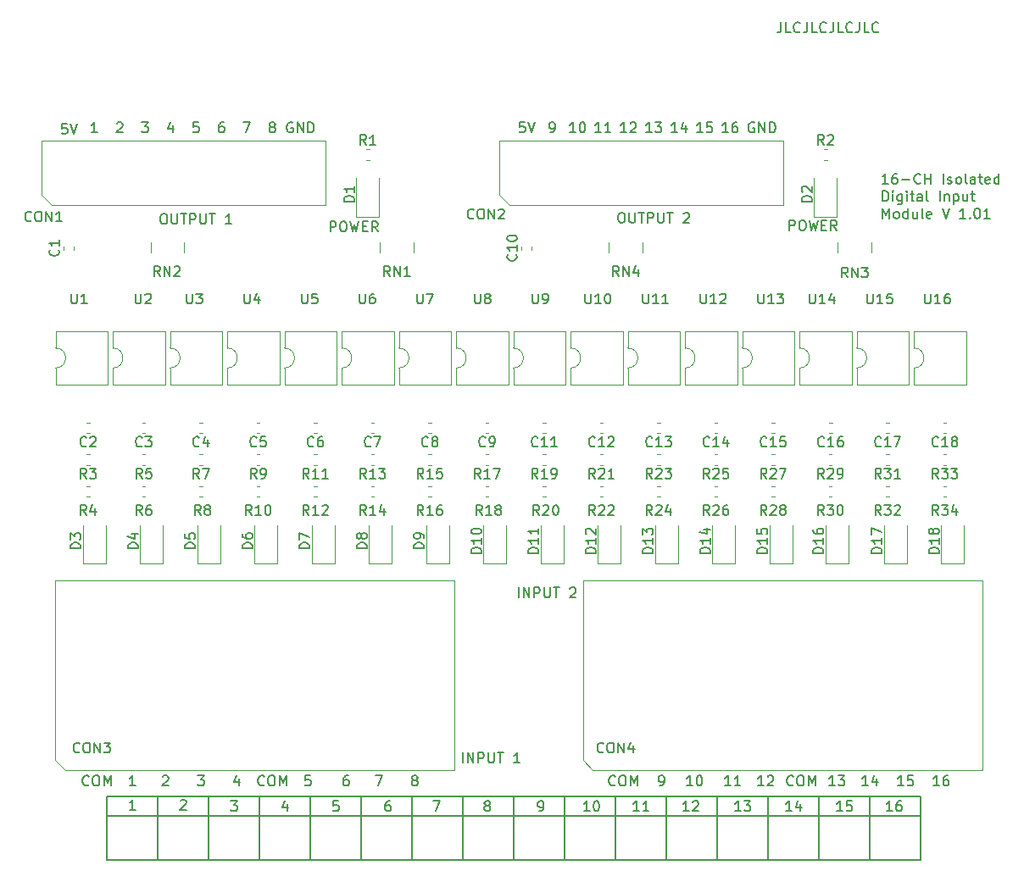
<source format=gbr>
G04 #@! TF.GenerationSoftware,KiCad,Pcbnew,(5.1.0)-1*
G04 #@! TF.CreationDate,2019-05-12T18:19:35+08:00*
G04 #@! TF.ProjectId,16 ch isolation input,31362063-6820-4697-936f-6c6174696f6e,1.01*
G04 #@! TF.SameCoordinates,Original*
G04 #@! TF.FileFunction,Legend,Top*
G04 #@! TF.FilePolarity,Positive*
%FSLAX46Y46*%
G04 Gerber Fmt 4.6, Leading zero omitted, Abs format (unit mm)*
G04 Created by KiCad (PCBNEW (5.1.0)-1) date 2019-05-12 18:19:35*
%MOMM*%
%LPD*%
G04 APERTURE LIST*
%ADD10C,0.203200*%
%ADD11C,0.120000*%
%ADD12C,0.150000*%
G04 APERTURE END LIST*
D10*
X123715175Y-41658419D02*
X123134603Y-41658419D01*
X123424889Y-41658419D02*
X123424889Y-40642419D01*
X123328127Y-40787561D01*
X123231365Y-40884323D01*
X123134603Y-40932704D01*
X124586032Y-40642419D02*
X124392508Y-40642419D01*
X124295746Y-40690800D01*
X124247365Y-40739180D01*
X124150603Y-40884323D01*
X124102222Y-41077847D01*
X124102222Y-41464895D01*
X124150603Y-41561657D01*
X124198984Y-41610038D01*
X124295746Y-41658419D01*
X124489270Y-41658419D01*
X124586032Y-41610038D01*
X124634413Y-41561657D01*
X124682794Y-41464895D01*
X124682794Y-41222990D01*
X124634413Y-41126228D01*
X124586032Y-41077847D01*
X124489270Y-41029466D01*
X124295746Y-41029466D01*
X124198984Y-41077847D01*
X124150603Y-41126228D01*
X124102222Y-41222990D01*
X125118222Y-41271371D02*
X125892318Y-41271371D01*
X126956699Y-41561657D02*
X126908318Y-41610038D01*
X126763175Y-41658419D01*
X126666413Y-41658419D01*
X126521270Y-41610038D01*
X126424508Y-41513276D01*
X126376127Y-41416514D01*
X126327746Y-41222990D01*
X126327746Y-41077847D01*
X126376127Y-40884323D01*
X126424508Y-40787561D01*
X126521270Y-40690800D01*
X126666413Y-40642419D01*
X126763175Y-40642419D01*
X126908318Y-40690800D01*
X126956699Y-40739180D01*
X127392127Y-41658419D02*
X127392127Y-40642419D01*
X127392127Y-41126228D02*
X127972699Y-41126228D01*
X127972699Y-41658419D02*
X127972699Y-40642419D01*
X129230603Y-41658419D02*
X129230603Y-40642419D01*
X129666032Y-41610038D02*
X129762794Y-41658419D01*
X129956318Y-41658419D01*
X130053080Y-41610038D01*
X130101460Y-41513276D01*
X130101460Y-41464895D01*
X130053080Y-41368133D01*
X129956318Y-41319752D01*
X129811175Y-41319752D01*
X129714413Y-41271371D01*
X129666032Y-41174609D01*
X129666032Y-41126228D01*
X129714413Y-41029466D01*
X129811175Y-40981085D01*
X129956318Y-40981085D01*
X130053080Y-41029466D01*
X130682032Y-41658419D02*
X130585270Y-41610038D01*
X130536889Y-41561657D01*
X130488508Y-41464895D01*
X130488508Y-41174609D01*
X130536889Y-41077847D01*
X130585270Y-41029466D01*
X130682032Y-40981085D01*
X130827175Y-40981085D01*
X130923937Y-41029466D01*
X130972318Y-41077847D01*
X131020699Y-41174609D01*
X131020699Y-41464895D01*
X130972318Y-41561657D01*
X130923937Y-41610038D01*
X130827175Y-41658419D01*
X130682032Y-41658419D01*
X131601270Y-41658419D02*
X131504508Y-41610038D01*
X131456127Y-41513276D01*
X131456127Y-40642419D01*
X132423746Y-41658419D02*
X132423746Y-41126228D01*
X132375365Y-41029466D01*
X132278603Y-40981085D01*
X132085080Y-40981085D01*
X131988318Y-41029466D01*
X132423746Y-41610038D02*
X132326984Y-41658419D01*
X132085080Y-41658419D01*
X131988318Y-41610038D01*
X131939937Y-41513276D01*
X131939937Y-41416514D01*
X131988318Y-41319752D01*
X132085080Y-41271371D01*
X132326984Y-41271371D01*
X132423746Y-41222990D01*
X132762413Y-40981085D02*
X133149460Y-40981085D01*
X132907556Y-40642419D02*
X132907556Y-41513276D01*
X132955937Y-41610038D01*
X133052699Y-41658419D01*
X133149460Y-41658419D01*
X133875175Y-41610038D02*
X133778413Y-41658419D01*
X133584889Y-41658419D01*
X133488127Y-41610038D01*
X133439746Y-41513276D01*
X133439746Y-41126228D01*
X133488127Y-41029466D01*
X133584889Y-40981085D01*
X133778413Y-40981085D01*
X133875175Y-41029466D01*
X133923556Y-41126228D01*
X133923556Y-41222990D01*
X133439746Y-41319752D01*
X134794413Y-41658419D02*
X134794413Y-40642419D01*
X134794413Y-41610038D02*
X134697651Y-41658419D01*
X134504127Y-41658419D01*
X134407365Y-41610038D01*
X134358984Y-41561657D01*
X134310603Y-41464895D01*
X134310603Y-41174609D01*
X134358984Y-41077847D01*
X134407365Y-41029466D01*
X134504127Y-40981085D01*
X134697651Y-40981085D01*
X134794413Y-41029466D01*
X123182984Y-43385619D02*
X123182984Y-42369619D01*
X123424889Y-42369619D01*
X123570032Y-42418000D01*
X123666794Y-42514761D01*
X123715175Y-42611523D01*
X123763556Y-42805047D01*
X123763556Y-42950190D01*
X123715175Y-43143714D01*
X123666794Y-43240476D01*
X123570032Y-43337238D01*
X123424889Y-43385619D01*
X123182984Y-43385619D01*
X124198984Y-43385619D02*
X124198984Y-42708285D01*
X124198984Y-42369619D02*
X124150603Y-42418000D01*
X124198984Y-42466380D01*
X124247365Y-42418000D01*
X124198984Y-42369619D01*
X124198984Y-42466380D01*
X125118222Y-42708285D02*
X125118222Y-43530761D01*
X125069841Y-43627523D01*
X125021460Y-43675904D01*
X124924699Y-43724285D01*
X124779556Y-43724285D01*
X124682794Y-43675904D01*
X125118222Y-43337238D02*
X125021460Y-43385619D01*
X124827937Y-43385619D01*
X124731175Y-43337238D01*
X124682794Y-43288857D01*
X124634413Y-43192095D01*
X124634413Y-42901809D01*
X124682794Y-42805047D01*
X124731175Y-42756666D01*
X124827937Y-42708285D01*
X125021460Y-42708285D01*
X125118222Y-42756666D01*
X125602032Y-43385619D02*
X125602032Y-42708285D01*
X125602032Y-42369619D02*
X125553651Y-42418000D01*
X125602032Y-42466380D01*
X125650413Y-42418000D01*
X125602032Y-42369619D01*
X125602032Y-42466380D01*
X125940699Y-42708285D02*
X126327746Y-42708285D01*
X126085841Y-42369619D02*
X126085841Y-43240476D01*
X126134222Y-43337238D01*
X126230984Y-43385619D01*
X126327746Y-43385619D01*
X127101841Y-43385619D02*
X127101841Y-42853428D01*
X127053460Y-42756666D01*
X126956699Y-42708285D01*
X126763175Y-42708285D01*
X126666413Y-42756666D01*
X127101841Y-43337238D02*
X127005080Y-43385619D01*
X126763175Y-43385619D01*
X126666413Y-43337238D01*
X126618032Y-43240476D01*
X126618032Y-43143714D01*
X126666413Y-43046952D01*
X126763175Y-42998571D01*
X127005080Y-42998571D01*
X127101841Y-42950190D01*
X127730794Y-43385619D02*
X127634032Y-43337238D01*
X127585651Y-43240476D01*
X127585651Y-42369619D01*
X128891937Y-43385619D02*
X128891937Y-42369619D01*
X129375746Y-42708285D02*
X129375746Y-43385619D01*
X129375746Y-42805047D02*
X129424127Y-42756666D01*
X129520889Y-42708285D01*
X129666032Y-42708285D01*
X129762794Y-42756666D01*
X129811175Y-42853428D01*
X129811175Y-43385619D01*
X130294984Y-42708285D02*
X130294984Y-43724285D01*
X130294984Y-42756666D02*
X130391746Y-42708285D01*
X130585270Y-42708285D01*
X130682032Y-42756666D01*
X130730413Y-42805047D01*
X130778794Y-42901809D01*
X130778794Y-43192095D01*
X130730413Y-43288857D01*
X130682032Y-43337238D01*
X130585270Y-43385619D01*
X130391746Y-43385619D01*
X130294984Y-43337238D01*
X131649651Y-42708285D02*
X131649651Y-43385619D01*
X131214222Y-42708285D02*
X131214222Y-43240476D01*
X131262603Y-43337238D01*
X131359365Y-43385619D01*
X131504508Y-43385619D01*
X131601270Y-43337238D01*
X131649651Y-43288857D01*
X131988318Y-42708285D02*
X132375365Y-42708285D01*
X132133460Y-42369619D02*
X132133460Y-43240476D01*
X132181841Y-43337238D01*
X132278603Y-43385619D01*
X132375365Y-43385619D01*
X123182984Y-45112819D02*
X123182984Y-44096819D01*
X123521651Y-44822533D01*
X123860318Y-44096819D01*
X123860318Y-45112819D01*
X124489270Y-45112819D02*
X124392508Y-45064438D01*
X124344127Y-45016057D01*
X124295746Y-44919295D01*
X124295746Y-44629009D01*
X124344127Y-44532247D01*
X124392508Y-44483866D01*
X124489270Y-44435485D01*
X124634413Y-44435485D01*
X124731175Y-44483866D01*
X124779556Y-44532247D01*
X124827937Y-44629009D01*
X124827937Y-44919295D01*
X124779556Y-45016057D01*
X124731175Y-45064438D01*
X124634413Y-45112819D01*
X124489270Y-45112819D01*
X125698794Y-45112819D02*
X125698794Y-44096819D01*
X125698794Y-45064438D02*
X125602032Y-45112819D01*
X125408508Y-45112819D01*
X125311746Y-45064438D01*
X125263365Y-45016057D01*
X125214984Y-44919295D01*
X125214984Y-44629009D01*
X125263365Y-44532247D01*
X125311746Y-44483866D01*
X125408508Y-44435485D01*
X125602032Y-44435485D01*
X125698794Y-44483866D01*
X126618032Y-44435485D02*
X126618032Y-45112819D01*
X126182603Y-44435485D02*
X126182603Y-44967676D01*
X126230984Y-45064438D01*
X126327746Y-45112819D01*
X126472889Y-45112819D01*
X126569651Y-45064438D01*
X126618032Y-45016057D01*
X127246984Y-45112819D02*
X127150222Y-45064438D01*
X127101841Y-44967676D01*
X127101841Y-44096819D01*
X128021080Y-45064438D02*
X127924318Y-45112819D01*
X127730794Y-45112819D01*
X127634032Y-45064438D01*
X127585651Y-44967676D01*
X127585651Y-44580628D01*
X127634032Y-44483866D01*
X127730794Y-44435485D01*
X127924318Y-44435485D01*
X128021080Y-44483866D01*
X128069460Y-44580628D01*
X128069460Y-44677390D01*
X127585651Y-44774152D01*
X129133841Y-44096819D02*
X129472508Y-45112819D01*
X129811175Y-44096819D01*
X131456127Y-45112819D02*
X130875556Y-45112819D01*
X131165841Y-45112819D02*
X131165841Y-44096819D01*
X131069080Y-44241961D01*
X130972318Y-44338723D01*
X130875556Y-44387104D01*
X131891556Y-45016057D02*
X131939937Y-45064438D01*
X131891556Y-45112819D01*
X131843175Y-45064438D01*
X131891556Y-45016057D01*
X131891556Y-45112819D01*
X132568889Y-44096819D02*
X132665651Y-44096819D01*
X132762413Y-44145200D01*
X132810794Y-44193580D01*
X132859175Y-44290342D01*
X132907556Y-44483866D01*
X132907556Y-44725771D01*
X132859175Y-44919295D01*
X132810794Y-45016057D01*
X132762413Y-45064438D01*
X132665651Y-45112819D01*
X132568889Y-45112819D01*
X132472127Y-45064438D01*
X132423746Y-45016057D01*
X132375365Y-44919295D01*
X132326984Y-44725771D01*
X132326984Y-44483866D01*
X132375365Y-44290342D01*
X132423746Y-44193580D01*
X132472127Y-44145200D01*
X132568889Y-44096819D01*
X133875175Y-45112819D02*
X133294603Y-45112819D01*
X133584889Y-45112819D02*
X133584889Y-44096819D01*
X133488127Y-44241961D01*
X133391365Y-44338723D01*
X133294603Y-44387104D01*
X124139476Y-104345619D02*
X123558904Y-104345619D01*
X123849190Y-104345619D02*
X123849190Y-103329619D01*
X123752428Y-103474761D01*
X123655666Y-103571523D01*
X123558904Y-103619904D01*
X125010333Y-103329619D02*
X124816809Y-103329619D01*
X124720047Y-103378000D01*
X124671666Y-103426380D01*
X124574904Y-103571523D01*
X124526523Y-103765047D01*
X124526523Y-104152095D01*
X124574904Y-104248857D01*
X124623285Y-104297238D01*
X124720047Y-104345619D01*
X124913571Y-104345619D01*
X125010333Y-104297238D01*
X125058714Y-104248857D01*
X125107095Y-104152095D01*
X125107095Y-103910190D01*
X125058714Y-103813428D01*
X125010333Y-103765047D01*
X124913571Y-103716666D01*
X124720047Y-103716666D01*
X124623285Y-103765047D01*
X124574904Y-103813428D01*
X124526523Y-103910190D01*
X119186476Y-104345619D02*
X118605904Y-104345619D01*
X118896190Y-104345619D02*
X118896190Y-103329619D01*
X118799428Y-103474761D01*
X118702666Y-103571523D01*
X118605904Y-103619904D01*
X120105714Y-103329619D02*
X119621904Y-103329619D01*
X119573523Y-103813428D01*
X119621904Y-103765047D01*
X119718666Y-103716666D01*
X119960571Y-103716666D01*
X120057333Y-103765047D01*
X120105714Y-103813428D01*
X120154095Y-103910190D01*
X120154095Y-104152095D01*
X120105714Y-104248857D01*
X120057333Y-104297238D01*
X119960571Y-104345619D01*
X119718666Y-104345619D01*
X119621904Y-104297238D01*
X119573523Y-104248857D01*
X114106476Y-104345619D02*
X113525904Y-104345619D01*
X113816190Y-104345619D02*
X113816190Y-103329619D01*
X113719428Y-103474761D01*
X113622666Y-103571523D01*
X113525904Y-103619904D01*
X114977333Y-103668285D02*
X114977333Y-104345619D01*
X114735428Y-103281238D02*
X114493523Y-104006952D01*
X115122476Y-104006952D01*
X109026476Y-104345619D02*
X108445904Y-104345619D01*
X108736190Y-104345619D02*
X108736190Y-103329619D01*
X108639428Y-103474761D01*
X108542666Y-103571523D01*
X108445904Y-103619904D01*
X109365142Y-103329619D02*
X109994095Y-103329619D01*
X109655428Y-103716666D01*
X109800571Y-103716666D01*
X109897333Y-103765047D01*
X109945714Y-103813428D01*
X109994095Y-103910190D01*
X109994095Y-104152095D01*
X109945714Y-104248857D01*
X109897333Y-104297238D01*
X109800571Y-104345619D01*
X109510285Y-104345619D01*
X109413523Y-104297238D01*
X109365142Y-104248857D01*
X103819476Y-104345619D02*
X103238904Y-104345619D01*
X103529190Y-104345619D02*
X103529190Y-103329619D01*
X103432428Y-103474761D01*
X103335666Y-103571523D01*
X103238904Y-103619904D01*
X104206523Y-103426380D02*
X104254904Y-103378000D01*
X104351666Y-103329619D01*
X104593571Y-103329619D01*
X104690333Y-103378000D01*
X104738714Y-103426380D01*
X104787095Y-103523142D01*
X104787095Y-103619904D01*
X104738714Y-103765047D01*
X104158142Y-104345619D01*
X104787095Y-104345619D01*
X98866476Y-104345619D02*
X98285904Y-104345619D01*
X98576190Y-104345619D02*
X98576190Y-103329619D01*
X98479428Y-103474761D01*
X98382666Y-103571523D01*
X98285904Y-103619904D01*
X99834095Y-104345619D02*
X99253523Y-104345619D01*
X99543809Y-104345619D02*
X99543809Y-103329619D01*
X99447047Y-103474761D01*
X99350285Y-103571523D01*
X99253523Y-103619904D01*
X93913476Y-104345619D02*
X93332904Y-104345619D01*
X93623190Y-104345619D02*
X93623190Y-103329619D01*
X93526428Y-103474761D01*
X93429666Y-103571523D01*
X93332904Y-103619904D01*
X94542428Y-103329619D02*
X94639190Y-103329619D01*
X94735952Y-103378000D01*
X94784333Y-103426380D01*
X94832714Y-103523142D01*
X94881095Y-103716666D01*
X94881095Y-103958571D01*
X94832714Y-104152095D01*
X94784333Y-104248857D01*
X94735952Y-104297238D01*
X94639190Y-104345619D01*
X94542428Y-104345619D01*
X94445666Y-104297238D01*
X94397285Y-104248857D01*
X94348904Y-104152095D01*
X94300523Y-103958571D01*
X94300523Y-103716666D01*
X94348904Y-103523142D01*
X94397285Y-103426380D01*
X94445666Y-103378000D01*
X94542428Y-103329619D01*
X88833476Y-104345619D02*
X89027000Y-104345619D01*
X89123761Y-104297238D01*
X89172142Y-104248857D01*
X89268904Y-104103714D01*
X89317285Y-103910190D01*
X89317285Y-103523142D01*
X89268904Y-103426380D01*
X89220523Y-103378000D01*
X89123761Y-103329619D01*
X88930238Y-103329619D01*
X88833476Y-103378000D01*
X88785095Y-103426380D01*
X88736714Y-103523142D01*
X88736714Y-103765047D01*
X88785095Y-103861809D01*
X88833476Y-103910190D01*
X88930238Y-103958571D01*
X89123761Y-103958571D01*
X89220523Y-103910190D01*
X89268904Y-103861809D01*
X89317285Y-103765047D01*
X83596238Y-103765047D02*
X83499476Y-103716666D01*
X83451095Y-103668285D01*
X83402714Y-103571523D01*
X83402714Y-103523142D01*
X83451095Y-103426380D01*
X83499476Y-103378000D01*
X83596238Y-103329619D01*
X83789761Y-103329619D01*
X83886523Y-103378000D01*
X83934904Y-103426380D01*
X83983285Y-103523142D01*
X83983285Y-103571523D01*
X83934904Y-103668285D01*
X83886523Y-103716666D01*
X83789761Y-103765047D01*
X83596238Y-103765047D01*
X83499476Y-103813428D01*
X83451095Y-103861809D01*
X83402714Y-103958571D01*
X83402714Y-104152095D01*
X83451095Y-104248857D01*
X83499476Y-104297238D01*
X83596238Y-104345619D01*
X83789761Y-104345619D01*
X83886523Y-104297238D01*
X83934904Y-104248857D01*
X83983285Y-104152095D01*
X83983285Y-103958571D01*
X83934904Y-103861809D01*
X83886523Y-103813428D01*
X83789761Y-103765047D01*
X78274333Y-103329619D02*
X78951666Y-103329619D01*
X78516238Y-104345619D01*
X73980523Y-103329619D02*
X73787000Y-103329619D01*
X73690238Y-103378000D01*
X73641857Y-103426380D01*
X73545095Y-103571523D01*
X73496714Y-103765047D01*
X73496714Y-104152095D01*
X73545095Y-104248857D01*
X73593476Y-104297238D01*
X73690238Y-104345619D01*
X73883761Y-104345619D01*
X73980523Y-104297238D01*
X74028904Y-104248857D01*
X74077285Y-104152095D01*
X74077285Y-103910190D01*
X74028904Y-103813428D01*
X73980523Y-103765047D01*
X73883761Y-103716666D01*
X73690238Y-103716666D01*
X73593476Y-103765047D01*
X73545095Y-103813428D01*
X73496714Y-103910190D01*
X68821904Y-103329619D02*
X68338095Y-103329619D01*
X68289714Y-103813428D01*
X68338095Y-103765047D01*
X68434857Y-103716666D01*
X68676761Y-103716666D01*
X68773523Y-103765047D01*
X68821904Y-103813428D01*
X68870285Y-103910190D01*
X68870285Y-104152095D01*
X68821904Y-104248857D01*
X68773523Y-104297238D01*
X68676761Y-104345619D01*
X68434857Y-104345619D01*
X68338095Y-104297238D01*
X68289714Y-104248857D01*
X63693523Y-103668285D02*
X63693523Y-104345619D01*
X63451619Y-103281238D02*
X63209714Y-104006952D01*
X63838666Y-104006952D01*
X58081333Y-103329619D02*
X58710285Y-103329619D01*
X58371619Y-103716666D01*
X58516761Y-103716666D01*
X58613523Y-103765047D01*
X58661904Y-103813428D01*
X58710285Y-103910190D01*
X58710285Y-104152095D01*
X58661904Y-104248857D01*
X58613523Y-104297238D01*
X58516761Y-104345619D01*
X58226476Y-104345619D01*
X58129714Y-104297238D01*
X58081333Y-104248857D01*
X53049714Y-103299380D02*
X53098095Y-103251000D01*
X53194857Y-103202619D01*
X53436761Y-103202619D01*
X53533523Y-103251000D01*
X53581904Y-103299380D01*
X53630285Y-103396142D01*
X53630285Y-103492904D01*
X53581904Y-103638047D01*
X53001333Y-104218619D01*
X53630285Y-104218619D01*
X48550285Y-104218619D02*
X47969714Y-104218619D01*
X48260000Y-104218619D02*
X48260000Y-103202619D01*
X48163238Y-103347761D01*
X48066476Y-103444523D01*
X47969714Y-103492904D01*
X45720000Y-104775000D02*
X127000000Y-104775000D01*
X127000000Y-102870000D02*
X127000000Y-109220000D01*
X121920000Y-102870000D02*
X121920000Y-109220000D01*
X116840000Y-102870000D02*
X116840000Y-109220000D01*
X111760000Y-102870000D02*
X111760000Y-109220000D01*
X106680000Y-102870000D02*
X106680000Y-109220000D01*
X101600000Y-102870000D02*
X101600000Y-109220000D01*
X96520000Y-102870000D02*
X96520000Y-109220000D01*
X91440000Y-102870000D02*
X91440000Y-109220000D01*
X86360000Y-102870000D02*
X86360000Y-109220000D01*
X81280000Y-102870000D02*
X81280000Y-109220000D01*
X76200000Y-102870000D02*
X76200000Y-109220000D01*
X71120000Y-102870000D02*
X71120000Y-109220000D01*
X66040000Y-102870000D02*
X66040000Y-109220000D01*
X60960000Y-102870000D02*
X60960000Y-109220000D01*
X55880000Y-102870000D02*
X55880000Y-109220000D01*
X50800000Y-102870000D02*
X50800000Y-109220000D01*
X127000000Y-102870000D02*
X45720000Y-102870000D01*
X45720000Y-109220000D02*
X127000000Y-109220000D01*
X45720000Y-102870000D02*
X45720000Y-109220000D01*
X113858523Y-46306619D02*
X113858523Y-45290619D01*
X114245571Y-45290619D01*
X114342333Y-45339000D01*
X114390714Y-45387380D01*
X114439095Y-45484142D01*
X114439095Y-45629285D01*
X114390714Y-45726047D01*
X114342333Y-45774428D01*
X114245571Y-45822809D01*
X113858523Y-45822809D01*
X115068047Y-45290619D02*
X115261571Y-45290619D01*
X115358333Y-45339000D01*
X115455095Y-45435761D01*
X115503476Y-45629285D01*
X115503476Y-45967952D01*
X115455095Y-46161476D01*
X115358333Y-46258238D01*
X115261571Y-46306619D01*
X115068047Y-46306619D01*
X114971285Y-46258238D01*
X114874523Y-46161476D01*
X114826142Y-45967952D01*
X114826142Y-45629285D01*
X114874523Y-45435761D01*
X114971285Y-45339000D01*
X115068047Y-45290619D01*
X115842142Y-45290619D02*
X116084047Y-46306619D01*
X116277571Y-45580904D01*
X116471095Y-46306619D01*
X116713000Y-45290619D01*
X117100047Y-45774428D02*
X117438714Y-45774428D01*
X117583857Y-46306619D02*
X117100047Y-46306619D01*
X117100047Y-45290619D01*
X117583857Y-45290619D01*
X118599857Y-46306619D02*
X118261190Y-45822809D01*
X118019285Y-46306619D02*
X118019285Y-45290619D01*
X118406333Y-45290619D01*
X118503095Y-45339000D01*
X118551476Y-45387380D01*
X118599857Y-45484142D01*
X118599857Y-45629285D01*
X118551476Y-45726047D01*
X118503095Y-45774428D01*
X118406333Y-45822809D01*
X118019285Y-45822809D01*
X68011523Y-46433619D02*
X68011523Y-45417619D01*
X68398571Y-45417619D01*
X68495333Y-45466000D01*
X68543714Y-45514380D01*
X68592095Y-45611142D01*
X68592095Y-45756285D01*
X68543714Y-45853047D01*
X68495333Y-45901428D01*
X68398571Y-45949809D01*
X68011523Y-45949809D01*
X69221047Y-45417619D02*
X69414571Y-45417619D01*
X69511333Y-45466000D01*
X69608095Y-45562761D01*
X69656476Y-45756285D01*
X69656476Y-46094952D01*
X69608095Y-46288476D01*
X69511333Y-46385238D01*
X69414571Y-46433619D01*
X69221047Y-46433619D01*
X69124285Y-46385238D01*
X69027523Y-46288476D01*
X68979142Y-46094952D01*
X68979142Y-45756285D01*
X69027523Y-45562761D01*
X69124285Y-45466000D01*
X69221047Y-45417619D01*
X69995142Y-45417619D02*
X70237047Y-46433619D01*
X70430571Y-45707904D01*
X70624095Y-46433619D01*
X70866000Y-45417619D01*
X71253047Y-45901428D02*
X71591714Y-45901428D01*
X71736857Y-46433619D02*
X71253047Y-46433619D01*
X71253047Y-45417619D01*
X71736857Y-45417619D01*
X72752857Y-46433619D02*
X72414190Y-45949809D01*
X72172285Y-46433619D02*
X72172285Y-45417619D01*
X72559333Y-45417619D01*
X72656095Y-45466000D01*
X72704476Y-45514380D01*
X72752857Y-45611142D01*
X72752857Y-45756285D01*
X72704476Y-45853047D01*
X72656095Y-45901428D01*
X72559333Y-45949809D01*
X72172285Y-45949809D01*
X86831714Y-83009619D02*
X86831714Y-81993619D01*
X87315523Y-83009619D02*
X87315523Y-81993619D01*
X87896095Y-83009619D01*
X87896095Y-81993619D01*
X88379904Y-83009619D02*
X88379904Y-81993619D01*
X88766952Y-81993619D01*
X88863714Y-82042000D01*
X88912095Y-82090380D01*
X88960476Y-82187142D01*
X88960476Y-82332285D01*
X88912095Y-82429047D01*
X88863714Y-82477428D01*
X88766952Y-82525809D01*
X88379904Y-82525809D01*
X89395904Y-81993619D02*
X89395904Y-82816095D01*
X89444285Y-82912857D01*
X89492666Y-82961238D01*
X89589428Y-83009619D01*
X89782952Y-83009619D01*
X89879714Y-82961238D01*
X89928095Y-82912857D01*
X89976476Y-82816095D01*
X89976476Y-81993619D01*
X90315142Y-81993619D02*
X90895714Y-81993619D01*
X90605428Y-83009619D02*
X90605428Y-81993619D01*
X91960095Y-82090380D02*
X92008476Y-82042000D01*
X92105238Y-81993619D01*
X92347142Y-81993619D01*
X92443904Y-82042000D01*
X92492285Y-82090380D01*
X92540666Y-82187142D01*
X92540666Y-82283904D01*
X92492285Y-82429047D01*
X91911714Y-83009619D01*
X92540666Y-83009619D01*
X81243714Y-99519619D02*
X81243714Y-98503619D01*
X81727523Y-99519619D02*
X81727523Y-98503619D01*
X82308095Y-99519619D01*
X82308095Y-98503619D01*
X82791904Y-99519619D02*
X82791904Y-98503619D01*
X83178952Y-98503619D01*
X83275714Y-98552000D01*
X83324095Y-98600380D01*
X83372476Y-98697142D01*
X83372476Y-98842285D01*
X83324095Y-98939047D01*
X83275714Y-98987428D01*
X83178952Y-99035809D01*
X82791904Y-99035809D01*
X83807904Y-98503619D02*
X83807904Y-99326095D01*
X83856285Y-99422857D01*
X83904666Y-99471238D01*
X84001428Y-99519619D01*
X84194952Y-99519619D01*
X84291714Y-99471238D01*
X84340095Y-99422857D01*
X84388476Y-99326095D01*
X84388476Y-98503619D01*
X84727142Y-98503619D02*
X85307714Y-98503619D01*
X85017428Y-99519619D02*
X85017428Y-98503619D01*
X86952666Y-99519619D02*
X86372095Y-99519619D01*
X86662380Y-99519619D02*
X86662380Y-98503619D01*
X86565619Y-98648761D01*
X86468857Y-98745523D01*
X86372095Y-98793904D01*
X97015904Y-44528619D02*
X97209428Y-44528619D01*
X97306190Y-44577000D01*
X97402952Y-44673761D01*
X97451333Y-44867285D01*
X97451333Y-45205952D01*
X97402952Y-45399476D01*
X97306190Y-45496238D01*
X97209428Y-45544619D01*
X97015904Y-45544619D01*
X96919142Y-45496238D01*
X96822380Y-45399476D01*
X96774000Y-45205952D01*
X96774000Y-44867285D01*
X96822380Y-44673761D01*
X96919142Y-44577000D01*
X97015904Y-44528619D01*
X97886761Y-44528619D02*
X97886761Y-45351095D01*
X97935142Y-45447857D01*
X97983523Y-45496238D01*
X98080285Y-45544619D01*
X98273809Y-45544619D01*
X98370571Y-45496238D01*
X98418952Y-45447857D01*
X98467333Y-45351095D01*
X98467333Y-44528619D01*
X98806000Y-44528619D02*
X99386571Y-44528619D01*
X99096285Y-45544619D02*
X99096285Y-44528619D01*
X99725238Y-45544619D02*
X99725238Y-44528619D01*
X100112285Y-44528619D01*
X100209047Y-44577000D01*
X100257428Y-44625380D01*
X100305809Y-44722142D01*
X100305809Y-44867285D01*
X100257428Y-44964047D01*
X100209047Y-45012428D01*
X100112285Y-45060809D01*
X99725238Y-45060809D01*
X100741238Y-44528619D02*
X100741238Y-45351095D01*
X100789619Y-45447857D01*
X100838000Y-45496238D01*
X100934761Y-45544619D01*
X101128285Y-45544619D01*
X101225047Y-45496238D01*
X101273428Y-45447857D01*
X101321809Y-45351095D01*
X101321809Y-44528619D01*
X101660476Y-44528619D02*
X102241047Y-44528619D01*
X101950761Y-45544619D02*
X101950761Y-44528619D01*
X103305428Y-44625380D02*
X103353809Y-44577000D01*
X103450571Y-44528619D01*
X103692476Y-44528619D01*
X103789238Y-44577000D01*
X103837619Y-44625380D01*
X103886000Y-44722142D01*
X103886000Y-44818904D01*
X103837619Y-44964047D01*
X103257047Y-45544619D01*
X103886000Y-45544619D01*
X107756476Y-36527619D02*
X107175904Y-36527619D01*
X107466190Y-36527619D02*
X107466190Y-35511619D01*
X107369428Y-35656761D01*
X107272666Y-35753523D01*
X107175904Y-35801904D01*
X108627333Y-35511619D02*
X108433809Y-35511619D01*
X108337047Y-35560000D01*
X108288666Y-35608380D01*
X108191904Y-35753523D01*
X108143523Y-35947047D01*
X108143523Y-36334095D01*
X108191904Y-36430857D01*
X108240285Y-36479238D01*
X108337047Y-36527619D01*
X108530571Y-36527619D01*
X108627333Y-36479238D01*
X108675714Y-36430857D01*
X108724095Y-36334095D01*
X108724095Y-36092190D01*
X108675714Y-35995428D01*
X108627333Y-35947047D01*
X108530571Y-35898666D01*
X108337047Y-35898666D01*
X108240285Y-35947047D01*
X108191904Y-35995428D01*
X108143523Y-36092190D01*
X105216476Y-36527619D02*
X104635904Y-36527619D01*
X104926190Y-36527619D02*
X104926190Y-35511619D01*
X104829428Y-35656761D01*
X104732666Y-35753523D01*
X104635904Y-35801904D01*
X106135714Y-35511619D02*
X105651904Y-35511619D01*
X105603523Y-35995428D01*
X105651904Y-35947047D01*
X105748666Y-35898666D01*
X105990571Y-35898666D01*
X106087333Y-35947047D01*
X106135714Y-35995428D01*
X106184095Y-36092190D01*
X106184095Y-36334095D01*
X106135714Y-36430857D01*
X106087333Y-36479238D01*
X105990571Y-36527619D01*
X105748666Y-36527619D01*
X105651904Y-36479238D01*
X105603523Y-36430857D01*
X102676476Y-36527619D02*
X102095904Y-36527619D01*
X102386190Y-36527619D02*
X102386190Y-35511619D01*
X102289428Y-35656761D01*
X102192666Y-35753523D01*
X102095904Y-35801904D01*
X103547333Y-35850285D02*
X103547333Y-36527619D01*
X103305428Y-35463238D02*
X103063523Y-36188952D01*
X103692476Y-36188952D01*
X100136476Y-36527619D02*
X99555904Y-36527619D01*
X99846190Y-36527619D02*
X99846190Y-35511619D01*
X99749428Y-35656761D01*
X99652666Y-35753523D01*
X99555904Y-35801904D01*
X100475142Y-35511619D02*
X101104095Y-35511619D01*
X100765428Y-35898666D01*
X100910571Y-35898666D01*
X101007333Y-35947047D01*
X101055714Y-35995428D01*
X101104095Y-36092190D01*
X101104095Y-36334095D01*
X101055714Y-36430857D01*
X101007333Y-36479238D01*
X100910571Y-36527619D01*
X100620285Y-36527619D01*
X100523523Y-36479238D01*
X100475142Y-36430857D01*
X97596476Y-36527619D02*
X97015904Y-36527619D01*
X97306190Y-36527619D02*
X97306190Y-35511619D01*
X97209428Y-35656761D01*
X97112666Y-35753523D01*
X97015904Y-35801904D01*
X97983523Y-35608380D02*
X98031904Y-35560000D01*
X98128666Y-35511619D01*
X98370571Y-35511619D01*
X98467333Y-35560000D01*
X98515714Y-35608380D01*
X98564095Y-35705142D01*
X98564095Y-35801904D01*
X98515714Y-35947047D01*
X97935142Y-36527619D01*
X98564095Y-36527619D01*
X95056476Y-36527619D02*
X94475904Y-36527619D01*
X94766190Y-36527619D02*
X94766190Y-35511619D01*
X94669428Y-35656761D01*
X94572666Y-35753523D01*
X94475904Y-35801904D01*
X96024095Y-36527619D02*
X95443523Y-36527619D01*
X95733809Y-36527619D02*
X95733809Y-35511619D01*
X95637047Y-35656761D01*
X95540285Y-35753523D01*
X95443523Y-35801904D01*
X92516476Y-36527619D02*
X91935904Y-36527619D01*
X92226190Y-36527619D02*
X92226190Y-35511619D01*
X92129428Y-35656761D01*
X92032666Y-35753523D01*
X91935904Y-35801904D01*
X93145428Y-35511619D02*
X93242190Y-35511619D01*
X93338952Y-35560000D01*
X93387333Y-35608380D01*
X93435714Y-35705142D01*
X93484095Y-35898666D01*
X93484095Y-36140571D01*
X93435714Y-36334095D01*
X93387333Y-36430857D01*
X93338952Y-36479238D01*
X93242190Y-36527619D01*
X93145428Y-36527619D01*
X93048666Y-36479238D01*
X93000285Y-36430857D01*
X92951904Y-36334095D01*
X92903523Y-36140571D01*
X92903523Y-35898666D01*
X92951904Y-35705142D01*
X93000285Y-35608380D01*
X93048666Y-35560000D01*
X93145428Y-35511619D01*
X89976476Y-36527619D02*
X90170000Y-36527619D01*
X90266761Y-36479238D01*
X90315142Y-36430857D01*
X90411904Y-36285714D01*
X90460285Y-36092190D01*
X90460285Y-35705142D01*
X90411904Y-35608380D01*
X90363523Y-35560000D01*
X90266761Y-35511619D01*
X90073238Y-35511619D01*
X89976476Y-35560000D01*
X89928095Y-35608380D01*
X89879714Y-35705142D01*
X89879714Y-35947047D01*
X89928095Y-36043809D01*
X89976476Y-36092190D01*
X90073238Y-36140571D01*
X90266761Y-36140571D01*
X90363523Y-36092190D01*
X90411904Y-36043809D01*
X90460285Y-35947047D01*
X62133238Y-35947047D02*
X62036476Y-35898666D01*
X61988095Y-35850285D01*
X61939714Y-35753523D01*
X61939714Y-35705142D01*
X61988095Y-35608380D01*
X62036476Y-35560000D01*
X62133238Y-35511619D01*
X62326761Y-35511619D01*
X62423523Y-35560000D01*
X62471904Y-35608380D01*
X62520285Y-35705142D01*
X62520285Y-35753523D01*
X62471904Y-35850285D01*
X62423523Y-35898666D01*
X62326761Y-35947047D01*
X62133238Y-35947047D01*
X62036476Y-35995428D01*
X61988095Y-36043809D01*
X61939714Y-36140571D01*
X61939714Y-36334095D01*
X61988095Y-36430857D01*
X62036476Y-36479238D01*
X62133238Y-36527619D01*
X62326761Y-36527619D01*
X62423523Y-36479238D01*
X62471904Y-36430857D01*
X62520285Y-36334095D01*
X62520285Y-36140571D01*
X62471904Y-36043809D01*
X62423523Y-35995428D01*
X62326761Y-35947047D01*
X59351333Y-35511619D02*
X60028666Y-35511619D01*
X59593238Y-36527619D01*
X57343523Y-35511619D02*
X57150000Y-35511619D01*
X57053238Y-35560000D01*
X57004857Y-35608380D01*
X56908095Y-35753523D01*
X56859714Y-35947047D01*
X56859714Y-36334095D01*
X56908095Y-36430857D01*
X56956476Y-36479238D01*
X57053238Y-36527619D01*
X57246761Y-36527619D01*
X57343523Y-36479238D01*
X57391904Y-36430857D01*
X57440285Y-36334095D01*
X57440285Y-36092190D01*
X57391904Y-35995428D01*
X57343523Y-35947047D01*
X57246761Y-35898666D01*
X57053238Y-35898666D01*
X56956476Y-35947047D01*
X56908095Y-35995428D01*
X56859714Y-36092190D01*
X54851904Y-35511619D02*
X54368095Y-35511619D01*
X54319714Y-35995428D01*
X54368095Y-35947047D01*
X54464857Y-35898666D01*
X54706761Y-35898666D01*
X54803523Y-35947047D01*
X54851904Y-35995428D01*
X54900285Y-36092190D01*
X54900285Y-36334095D01*
X54851904Y-36430857D01*
X54803523Y-36479238D01*
X54706761Y-36527619D01*
X54464857Y-36527619D01*
X54368095Y-36479238D01*
X54319714Y-36430857D01*
X52263523Y-35850285D02*
X52263523Y-36527619D01*
X52021619Y-35463238D02*
X51779714Y-36188952D01*
X52408666Y-36188952D01*
X49191333Y-35511619D02*
X49820285Y-35511619D01*
X49481619Y-35898666D01*
X49626761Y-35898666D01*
X49723523Y-35947047D01*
X49771904Y-35995428D01*
X49820285Y-36092190D01*
X49820285Y-36334095D01*
X49771904Y-36430857D01*
X49723523Y-36479238D01*
X49626761Y-36527619D01*
X49336476Y-36527619D01*
X49239714Y-36479238D01*
X49191333Y-36430857D01*
X46699714Y-35608380D02*
X46748095Y-35560000D01*
X46844857Y-35511619D01*
X47086761Y-35511619D01*
X47183523Y-35560000D01*
X47231904Y-35608380D01*
X47280285Y-35705142D01*
X47280285Y-35801904D01*
X47231904Y-35947047D01*
X46651333Y-36527619D01*
X47280285Y-36527619D01*
X44740285Y-36527619D02*
X44159714Y-36527619D01*
X44450000Y-36527619D02*
X44450000Y-35511619D01*
X44353238Y-35656761D01*
X44256476Y-35753523D01*
X44159714Y-35801904D01*
X51295904Y-44655619D02*
X51489428Y-44655619D01*
X51586190Y-44704000D01*
X51682952Y-44800761D01*
X51731333Y-44994285D01*
X51731333Y-45332952D01*
X51682952Y-45526476D01*
X51586190Y-45623238D01*
X51489428Y-45671619D01*
X51295904Y-45671619D01*
X51199142Y-45623238D01*
X51102380Y-45526476D01*
X51054000Y-45332952D01*
X51054000Y-44994285D01*
X51102380Y-44800761D01*
X51199142Y-44704000D01*
X51295904Y-44655619D01*
X52166761Y-44655619D02*
X52166761Y-45478095D01*
X52215142Y-45574857D01*
X52263523Y-45623238D01*
X52360285Y-45671619D01*
X52553809Y-45671619D01*
X52650571Y-45623238D01*
X52698952Y-45574857D01*
X52747333Y-45478095D01*
X52747333Y-44655619D01*
X53086000Y-44655619D02*
X53666571Y-44655619D01*
X53376285Y-45671619D02*
X53376285Y-44655619D01*
X54005238Y-45671619D02*
X54005238Y-44655619D01*
X54392285Y-44655619D01*
X54489047Y-44704000D01*
X54537428Y-44752380D01*
X54585809Y-44849142D01*
X54585809Y-44994285D01*
X54537428Y-45091047D01*
X54489047Y-45139428D01*
X54392285Y-45187809D01*
X54005238Y-45187809D01*
X55021238Y-44655619D02*
X55021238Y-45478095D01*
X55069619Y-45574857D01*
X55118000Y-45623238D01*
X55214761Y-45671619D01*
X55408285Y-45671619D01*
X55505047Y-45623238D01*
X55553428Y-45574857D01*
X55601809Y-45478095D01*
X55601809Y-44655619D01*
X55940476Y-44655619D02*
X56521047Y-44655619D01*
X56230761Y-45671619D02*
X56230761Y-44655619D01*
X58166000Y-45671619D02*
X57585428Y-45671619D01*
X57875714Y-45671619D02*
X57875714Y-44655619D01*
X57778952Y-44800761D01*
X57682190Y-44897523D01*
X57585428Y-44945904D01*
X104200476Y-101805619D02*
X103619904Y-101805619D01*
X103910190Y-101805619D02*
X103910190Y-100789619D01*
X103813428Y-100934761D01*
X103716666Y-101031523D01*
X103619904Y-101079904D01*
X104829428Y-100789619D02*
X104926190Y-100789619D01*
X105022952Y-100838000D01*
X105071333Y-100886380D01*
X105119714Y-100983142D01*
X105168095Y-101176666D01*
X105168095Y-101418571D01*
X105119714Y-101612095D01*
X105071333Y-101708857D01*
X105022952Y-101757238D01*
X104926190Y-101805619D01*
X104829428Y-101805619D01*
X104732666Y-101757238D01*
X104684285Y-101708857D01*
X104635904Y-101612095D01*
X104587523Y-101418571D01*
X104587523Y-101176666D01*
X104635904Y-100983142D01*
X104684285Y-100886380D01*
X104732666Y-100838000D01*
X104829428Y-100789619D01*
X100898476Y-101805619D02*
X101092000Y-101805619D01*
X101188761Y-101757238D01*
X101237142Y-101708857D01*
X101333904Y-101563714D01*
X101382285Y-101370190D01*
X101382285Y-100983142D01*
X101333904Y-100886380D01*
X101285523Y-100838000D01*
X101188761Y-100789619D01*
X100995238Y-100789619D01*
X100898476Y-100838000D01*
X100850095Y-100886380D01*
X100801714Y-100983142D01*
X100801714Y-101225047D01*
X100850095Y-101321809D01*
X100898476Y-101370190D01*
X100995238Y-101418571D01*
X101188761Y-101418571D01*
X101285523Y-101370190D01*
X101333904Y-101321809D01*
X101382285Y-101225047D01*
X128838476Y-101805619D02*
X128257904Y-101805619D01*
X128548190Y-101805619D02*
X128548190Y-100789619D01*
X128451428Y-100934761D01*
X128354666Y-101031523D01*
X128257904Y-101079904D01*
X129709333Y-100789619D02*
X129515809Y-100789619D01*
X129419047Y-100838000D01*
X129370666Y-100886380D01*
X129273904Y-101031523D01*
X129225523Y-101225047D01*
X129225523Y-101612095D01*
X129273904Y-101708857D01*
X129322285Y-101757238D01*
X129419047Y-101805619D01*
X129612571Y-101805619D01*
X129709333Y-101757238D01*
X129757714Y-101708857D01*
X129806095Y-101612095D01*
X129806095Y-101370190D01*
X129757714Y-101273428D01*
X129709333Y-101225047D01*
X129612571Y-101176666D01*
X129419047Y-101176666D01*
X129322285Y-101225047D01*
X129273904Y-101273428D01*
X129225523Y-101370190D01*
X125282476Y-101805619D02*
X124701904Y-101805619D01*
X124992190Y-101805619D02*
X124992190Y-100789619D01*
X124895428Y-100934761D01*
X124798666Y-101031523D01*
X124701904Y-101079904D01*
X126201714Y-100789619D02*
X125717904Y-100789619D01*
X125669523Y-101273428D01*
X125717904Y-101225047D01*
X125814666Y-101176666D01*
X126056571Y-101176666D01*
X126153333Y-101225047D01*
X126201714Y-101273428D01*
X126250095Y-101370190D01*
X126250095Y-101612095D01*
X126201714Y-101708857D01*
X126153333Y-101757238D01*
X126056571Y-101805619D01*
X125814666Y-101805619D01*
X125717904Y-101757238D01*
X125669523Y-101708857D01*
X121726476Y-101805619D02*
X121145904Y-101805619D01*
X121436190Y-101805619D02*
X121436190Y-100789619D01*
X121339428Y-100934761D01*
X121242666Y-101031523D01*
X121145904Y-101079904D01*
X122597333Y-101128285D02*
X122597333Y-101805619D01*
X122355428Y-100741238D02*
X122113523Y-101466952D01*
X122742476Y-101466952D01*
X118424476Y-101805619D02*
X117843904Y-101805619D01*
X118134190Y-101805619D02*
X118134190Y-100789619D01*
X118037428Y-100934761D01*
X117940666Y-101031523D01*
X117843904Y-101079904D01*
X118763142Y-100789619D02*
X119392095Y-100789619D01*
X119053428Y-101176666D01*
X119198571Y-101176666D01*
X119295333Y-101225047D01*
X119343714Y-101273428D01*
X119392095Y-101370190D01*
X119392095Y-101612095D01*
X119343714Y-101708857D01*
X119295333Y-101757238D01*
X119198571Y-101805619D01*
X118908285Y-101805619D01*
X118811523Y-101757238D01*
X118763142Y-101708857D01*
X111312476Y-101805619D02*
X110731904Y-101805619D01*
X111022190Y-101805619D02*
X111022190Y-100789619D01*
X110925428Y-100934761D01*
X110828666Y-101031523D01*
X110731904Y-101079904D01*
X111699523Y-100886380D02*
X111747904Y-100838000D01*
X111844666Y-100789619D01*
X112086571Y-100789619D01*
X112183333Y-100838000D01*
X112231714Y-100886380D01*
X112280095Y-100983142D01*
X112280095Y-101079904D01*
X112231714Y-101225047D01*
X111651142Y-101805619D01*
X112280095Y-101805619D01*
X108010476Y-101805619D02*
X107429904Y-101805619D01*
X107720190Y-101805619D02*
X107720190Y-100789619D01*
X107623428Y-100934761D01*
X107526666Y-101031523D01*
X107429904Y-101079904D01*
X108978095Y-101805619D02*
X108397523Y-101805619D01*
X108687809Y-101805619D02*
X108687809Y-100789619D01*
X108591047Y-100934761D01*
X108494285Y-101031523D01*
X108397523Y-101079904D01*
X76357238Y-101225047D02*
X76260476Y-101176666D01*
X76212095Y-101128285D01*
X76163714Y-101031523D01*
X76163714Y-100983142D01*
X76212095Y-100886380D01*
X76260476Y-100838000D01*
X76357238Y-100789619D01*
X76550761Y-100789619D01*
X76647523Y-100838000D01*
X76695904Y-100886380D01*
X76744285Y-100983142D01*
X76744285Y-101031523D01*
X76695904Y-101128285D01*
X76647523Y-101176666D01*
X76550761Y-101225047D01*
X76357238Y-101225047D01*
X76260476Y-101273428D01*
X76212095Y-101321809D01*
X76163714Y-101418571D01*
X76163714Y-101612095D01*
X76212095Y-101708857D01*
X76260476Y-101757238D01*
X76357238Y-101805619D01*
X76550761Y-101805619D01*
X76647523Y-101757238D01*
X76695904Y-101708857D01*
X76744285Y-101612095D01*
X76744285Y-101418571D01*
X76695904Y-101321809D01*
X76647523Y-101273428D01*
X76550761Y-101225047D01*
X72559333Y-100789619D02*
X73236666Y-100789619D01*
X72801238Y-101805619D01*
X69789523Y-100789619D02*
X69596000Y-100789619D01*
X69499238Y-100838000D01*
X69450857Y-100886380D01*
X69354095Y-101031523D01*
X69305714Y-101225047D01*
X69305714Y-101612095D01*
X69354095Y-101708857D01*
X69402476Y-101757238D01*
X69499238Y-101805619D01*
X69692761Y-101805619D01*
X69789523Y-101757238D01*
X69837904Y-101708857D01*
X69886285Y-101612095D01*
X69886285Y-101370190D01*
X69837904Y-101273428D01*
X69789523Y-101225047D01*
X69692761Y-101176666D01*
X69499238Y-101176666D01*
X69402476Y-101225047D01*
X69354095Y-101273428D01*
X69305714Y-101370190D01*
X66027904Y-100789619D02*
X65544095Y-100789619D01*
X65495714Y-101273428D01*
X65544095Y-101225047D01*
X65640857Y-101176666D01*
X65882761Y-101176666D01*
X65979523Y-101225047D01*
X66027904Y-101273428D01*
X66076285Y-101370190D01*
X66076285Y-101612095D01*
X66027904Y-101708857D01*
X65979523Y-101757238D01*
X65882761Y-101805619D01*
X65640857Y-101805619D01*
X65544095Y-101757238D01*
X65495714Y-101708857D01*
X114263714Y-101708857D02*
X114215333Y-101757238D01*
X114070190Y-101805619D01*
X113973428Y-101805619D01*
X113828285Y-101757238D01*
X113731523Y-101660476D01*
X113683142Y-101563714D01*
X113634761Y-101370190D01*
X113634761Y-101225047D01*
X113683142Y-101031523D01*
X113731523Y-100934761D01*
X113828285Y-100838000D01*
X113973428Y-100789619D01*
X114070190Y-100789619D01*
X114215333Y-100838000D01*
X114263714Y-100886380D01*
X114892666Y-100789619D02*
X115086190Y-100789619D01*
X115182952Y-100838000D01*
X115279714Y-100934761D01*
X115328095Y-101128285D01*
X115328095Y-101466952D01*
X115279714Y-101660476D01*
X115182952Y-101757238D01*
X115086190Y-101805619D01*
X114892666Y-101805619D01*
X114795904Y-101757238D01*
X114699142Y-101660476D01*
X114650761Y-101466952D01*
X114650761Y-101128285D01*
X114699142Y-100934761D01*
X114795904Y-100838000D01*
X114892666Y-100789619D01*
X115763523Y-101805619D02*
X115763523Y-100789619D01*
X116102190Y-101515333D01*
X116440857Y-100789619D01*
X116440857Y-101805619D01*
X61431714Y-101708857D02*
X61383333Y-101757238D01*
X61238190Y-101805619D01*
X61141428Y-101805619D01*
X60996285Y-101757238D01*
X60899523Y-101660476D01*
X60851142Y-101563714D01*
X60802761Y-101370190D01*
X60802761Y-101225047D01*
X60851142Y-101031523D01*
X60899523Y-100934761D01*
X60996285Y-100838000D01*
X61141428Y-100789619D01*
X61238190Y-100789619D01*
X61383333Y-100838000D01*
X61431714Y-100886380D01*
X62060666Y-100789619D02*
X62254190Y-100789619D01*
X62350952Y-100838000D01*
X62447714Y-100934761D01*
X62496095Y-101128285D01*
X62496095Y-101466952D01*
X62447714Y-101660476D01*
X62350952Y-101757238D01*
X62254190Y-101805619D01*
X62060666Y-101805619D01*
X61963904Y-101757238D01*
X61867142Y-101660476D01*
X61818761Y-101466952D01*
X61818761Y-101128285D01*
X61867142Y-100934761D01*
X61963904Y-100838000D01*
X62060666Y-100789619D01*
X62931523Y-101805619D02*
X62931523Y-100789619D01*
X63270190Y-101515333D01*
X63608857Y-100789619D01*
X63608857Y-101805619D01*
X43905714Y-101708857D02*
X43857333Y-101757238D01*
X43712190Y-101805619D01*
X43615428Y-101805619D01*
X43470285Y-101757238D01*
X43373523Y-101660476D01*
X43325142Y-101563714D01*
X43276761Y-101370190D01*
X43276761Y-101225047D01*
X43325142Y-101031523D01*
X43373523Y-100934761D01*
X43470285Y-100838000D01*
X43615428Y-100789619D01*
X43712190Y-100789619D01*
X43857333Y-100838000D01*
X43905714Y-100886380D01*
X44534666Y-100789619D02*
X44728190Y-100789619D01*
X44824952Y-100838000D01*
X44921714Y-100934761D01*
X44970095Y-101128285D01*
X44970095Y-101466952D01*
X44921714Y-101660476D01*
X44824952Y-101757238D01*
X44728190Y-101805619D01*
X44534666Y-101805619D01*
X44437904Y-101757238D01*
X44341142Y-101660476D01*
X44292761Y-101466952D01*
X44292761Y-101128285D01*
X44341142Y-100934761D01*
X44437904Y-100838000D01*
X44534666Y-100789619D01*
X45405523Y-101805619D02*
X45405523Y-100789619D01*
X45744190Y-101515333D01*
X46082857Y-100789619D01*
X46082857Y-101805619D01*
X96483714Y-101708857D02*
X96435333Y-101757238D01*
X96290190Y-101805619D01*
X96193428Y-101805619D01*
X96048285Y-101757238D01*
X95951523Y-101660476D01*
X95903142Y-101563714D01*
X95854761Y-101370190D01*
X95854761Y-101225047D01*
X95903142Y-101031523D01*
X95951523Y-100934761D01*
X96048285Y-100838000D01*
X96193428Y-100789619D01*
X96290190Y-100789619D01*
X96435333Y-100838000D01*
X96483714Y-100886380D01*
X97112666Y-100789619D02*
X97306190Y-100789619D01*
X97402952Y-100838000D01*
X97499714Y-100934761D01*
X97548095Y-101128285D01*
X97548095Y-101466952D01*
X97499714Y-101660476D01*
X97402952Y-101757238D01*
X97306190Y-101805619D01*
X97112666Y-101805619D01*
X97015904Y-101757238D01*
X96919142Y-101660476D01*
X96870761Y-101466952D01*
X96870761Y-101128285D01*
X96919142Y-100934761D01*
X97015904Y-100838000D01*
X97112666Y-100789619D01*
X97983523Y-101805619D02*
X97983523Y-100789619D01*
X98322190Y-101515333D01*
X98660857Y-100789619D01*
X98660857Y-101805619D01*
X58867523Y-101128285D02*
X58867523Y-101805619D01*
X58625619Y-100741238D02*
X58383714Y-101466952D01*
X59012666Y-101466952D01*
X54779333Y-100789619D02*
X55408285Y-100789619D01*
X55069619Y-101176666D01*
X55214761Y-101176666D01*
X55311523Y-101225047D01*
X55359904Y-101273428D01*
X55408285Y-101370190D01*
X55408285Y-101612095D01*
X55359904Y-101708857D01*
X55311523Y-101757238D01*
X55214761Y-101805619D01*
X54924476Y-101805619D01*
X54827714Y-101757238D01*
X54779333Y-101708857D01*
X51271714Y-100886380D02*
X51320095Y-100838000D01*
X51416857Y-100789619D01*
X51658761Y-100789619D01*
X51755523Y-100838000D01*
X51803904Y-100886380D01*
X51852285Y-100983142D01*
X51852285Y-101079904D01*
X51803904Y-101225047D01*
X51223333Y-101805619D01*
X51852285Y-101805619D01*
X48550285Y-101805619D02*
X47969714Y-101805619D01*
X48260000Y-101805619D02*
X48260000Y-100789619D01*
X48163238Y-100934761D01*
X48066476Y-101031523D01*
X47969714Y-101079904D01*
X110350904Y-35560000D02*
X110254142Y-35511619D01*
X110109000Y-35511619D01*
X109963857Y-35560000D01*
X109867095Y-35656761D01*
X109818714Y-35753523D01*
X109770333Y-35947047D01*
X109770333Y-36092190D01*
X109818714Y-36285714D01*
X109867095Y-36382476D01*
X109963857Y-36479238D01*
X110109000Y-36527619D01*
X110205761Y-36527619D01*
X110350904Y-36479238D01*
X110399285Y-36430857D01*
X110399285Y-36092190D01*
X110205761Y-36092190D01*
X110834714Y-36527619D02*
X110834714Y-35511619D01*
X111415285Y-36527619D01*
X111415285Y-35511619D01*
X111899095Y-36527619D02*
X111899095Y-35511619D01*
X112141000Y-35511619D01*
X112286142Y-35560000D01*
X112382904Y-35656761D01*
X112431285Y-35753523D01*
X112479666Y-35947047D01*
X112479666Y-36092190D01*
X112431285Y-36285714D01*
X112382904Y-36382476D01*
X112286142Y-36479238D01*
X112141000Y-36527619D01*
X111899095Y-36527619D01*
X87436476Y-35511619D02*
X86952666Y-35511619D01*
X86904285Y-35995428D01*
X86952666Y-35947047D01*
X87049428Y-35898666D01*
X87291333Y-35898666D01*
X87388095Y-35947047D01*
X87436476Y-35995428D01*
X87484857Y-36092190D01*
X87484857Y-36334095D01*
X87436476Y-36430857D01*
X87388095Y-36479238D01*
X87291333Y-36527619D01*
X87049428Y-36527619D01*
X86952666Y-36479238D01*
X86904285Y-36430857D01*
X87775142Y-35511619D02*
X88113809Y-36527619D01*
X88452476Y-35511619D01*
X64249904Y-35560000D02*
X64153142Y-35511619D01*
X64008000Y-35511619D01*
X63862857Y-35560000D01*
X63766095Y-35656761D01*
X63717714Y-35753523D01*
X63669333Y-35947047D01*
X63669333Y-36092190D01*
X63717714Y-36285714D01*
X63766095Y-36382476D01*
X63862857Y-36479238D01*
X64008000Y-36527619D01*
X64104761Y-36527619D01*
X64249904Y-36479238D01*
X64298285Y-36430857D01*
X64298285Y-36092190D01*
X64104761Y-36092190D01*
X64733714Y-36527619D02*
X64733714Y-35511619D01*
X65314285Y-36527619D01*
X65314285Y-35511619D01*
X65798095Y-36527619D02*
X65798095Y-35511619D01*
X66040000Y-35511619D01*
X66185142Y-35560000D01*
X66281904Y-35656761D01*
X66330285Y-35753523D01*
X66378666Y-35947047D01*
X66378666Y-36092190D01*
X66330285Y-36285714D01*
X66281904Y-36382476D01*
X66185142Y-36479238D01*
X66040000Y-36527619D01*
X65798095Y-36527619D01*
X41716476Y-35638619D02*
X41232666Y-35638619D01*
X41184285Y-36122428D01*
X41232666Y-36074047D01*
X41329428Y-36025666D01*
X41571333Y-36025666D01*
X41668095Y-36074047D01*
X41716476Y-36122428D01*
X41764857Y-36219190D01*
X41764857Y-36461095D01*
X41716476Y-36557857D01*
X41668095Y-36606238D01*
X41571333Y-36654619D01*
X41329428Y-36654619D01*
X41232666Y-36606238D01*
X41184285Y-36557857D01*
X42055142Y-35638619D02*
X42393809Y-36654619D01*
X42732476Y-35638619D01*
X113036047Y-25504019D02*
X113036047Y-26229733D01*
X112987666Y-26374876D01*
X112890904Y-26471638D01*
X112745761Y-26520019D01*
X112649000Y-26520019D01*
X114003666Y-26520019D02*
X113519857Y-26520019D01*
X113519857Y-25504019D01*
X114922904Y-26423257D02*
X114874523Y-26471638D01*
X114729380Y-26520019D01*
X114632619Y-26520019D01*
X114487476Y-26471638D01*
X114390714Y-26374876D01*
X114342333Y-26278114D01*
X114293952Y-26084590D01*
X114293952Y-25939447D01*
X114342333Y-25745923D01*
X114390714Y-25649161D01*
X114487476Y-25552400D01*
X114632619Y-25504019D01*
X114729380Y-25504019D01*
X114874523Y-25552400D01*
X114922904Y-25600780D01*
X115648619Y-25504019D02*
X115648619Y-26229733D01*
X115600238Y-26374876D01*
X115503476Y-26471638D01*
X115358333Y-26520019D01*
X115261571Y-26520019D01*
X116616238Y-26520019D02*
X116132428Y-26520019D01*
X116132428Y-25504019D01*
X117535476Y-26423257D02*
X117487095Y-26471638D01*
X117341952Y-26520019D01*
X117245190Y-26520019D01*
X117100047Y-26471638D01*
X117003285Y-26374876D01*
X116954904Y-26278114D01*
X116906523Y-26084590D01*
X116906523Y-25939447D01*
X116954904Y-25745923D01*
X117003285Y-25649161D01*
X117100047Y-25552400D01*
X117245190Y-25504019D01*
X117341952Y-25504019D01*
X117487095Y-25552400D01*
X117535476Y-25600780D01*
X118261190Y-25504019D02*
X118261190Y-26229733D01*
X118212809Y-26374876D01*
X118116047Y-26471638D01*
X117970904Y-26520019D01*
X117874142Y-26520019D01*
X119228809Y-26520019D02*
X118745000Y-26520019D01*
X118745000Y-25504019D01*
X120148047Y-26423257D02*
X120099666Y-26471638D01*
X119954523Y-26520019D01*
X119857761Y-26520019D01*
X119712619Y-26471638D01*
X119615857Y-26374876D01*
X119567476Y-26278114D01*
X119519095Y-26084590D01*
X119519095Y-25939447D01*
X119567476Y-25745923D01*
X119615857Y-25649161D01*
X119712619Y-25552400D01*
X119857761Y-25504019D01*
X119954523Y-25504019D01*
X120099666Y-25552400D01*
X120148047Y-25600780D01*
X120873761Y-25504019D02*
X120873761Y-26229733D01*
X120825380Y-26374876D01*
X120728619Y-26471638D01*
X120583476Y-26520019D01*
X120486714Y-26520019D01*
X121841380Y-26520019D02*
X121357571Y-26520019D01*
X121357571Y-25504019D01*
X122760619Y-26423257D02*
X122712238Y-26471638D01*
X122567095Y-26520019D01*
X122470333Y-26520019D01*
X122325190Y-26471638D01*
X122228428Y-26374876D01*
X122180047Y-26278114D01*
X122131666Y-26084590D01*
X122131666Y-25939447D01*
X122180047Y-25745923D01*
X122228428Y-25649161D01*
X122325190Y-25552400D01*
X122470333Y-25504019D01*
X122567095Y-25504019D01*
X122712238Y-25552400D01*
X122760619Y-25600780D01*
D11*
X80430000Y-100265000D02*
X41530000Y-100265000D01*
X80430000Y-81265000D02*
X80430000Y-100265000D01*
X40530000Y-81265000D02*
X80430000Y-81265000D01*
X40530000Y-99265000D02*
X40530000Y-81265000D01*
X41530000Y-100265000D02*
X40530000Y-99265000D01*
X95805200Y-47480600D02*
X95805200Y-48480600D01*
X99165200Y-47480600D02*
X99165200Y-48480600D01*
X118665200Y-47480600D02*
X118665200Y-48480600D01*
X122025200Y-47480600D02*
X122025200Y-48480600D01*
X72945200Y-47480600D02*
X72945200Y-48480600D01*
X76305200Y-47480600D02*
X76305200Y-48480600D01*
X94235000Y-100265000D02*
X93235000Y-99265000D01*
X93235000Y-99265000D02*
X93235000Y-81265000D01*
X93235000Y-81265000D02*
X133135000Y-81265000D01*
X133135000Y-81265000D02*
X133135000Y-100265000D01*
X133135000Y-100265000D02*
X94235000Y-100265000D01*
X62730000Y-79625000D02*
X62730000Y-75740000D01*
X60460000Y-79625000D02*
X62730000Y-79625000D01*
X60460000Y-75740000D02*
X60460000Y-79625000D01*
X113240000Y-37305000D02*
X113240000Y-43745000D01*
X84860000Y-37305000D02*
X84880000Y-42755000D01*
X113240000Y-43755000D02*
X85880000Y-43755000D01*
X84880000Y-37305000D02*
X113240000Y-37305000D01*
X85880000Y-43755000D02*
X84880000Y-42755000D01*
X67520000Y-37305000D02*
X67520000Y-43745000D01*
X39140000Y-37305000D02*
X39160000Y-42755000D01*
X67520000Y-43755000D02*
X40160000Y-43755000D01*
X39160000Y-37305000D02*
X67520000Y-37305000D01*
X40160000Y-43755000D02*
X39160000Y-42755000D01*
X117312221Y-39245000D02*
X117637779Y-39245000D01*
X117312221Y-38225000D02*
X117637779Y-38225000D01*
X118610000Y-44960000D02*
X118610000Y-41075000D01*
X116340000Y-44960000D02*
X118610000Y-44960000D01*
X116340000Y-41075000D02*
X116340000Y-44960000D01*
X50072500Y-47480600D02*
X50072500Y-48480600D01*
X53432500Y-47480600D02*
X53432500Y-48480600D01*
X88140000Y-48227779D02*
X88140000Y-47902221D01*
X87120000Y-48227779D02*
X87120000Y-47902221D01*
X126305000Y-56405000D02*
X126305000Y-58055000D01*
X131505000Y-56405000D02*
X126305000Y-56405000D01*
X131505000Y-61705000D02*
X131505000Y-56405000D01*
X126305000Y-61705000D02*
X131505000Y-61705000D01*
X126305000Y-60055000D02*
X126305000Y-61705000D01*
X126305000Y-58055000D02*
G75*
G02X126305000Y-60055000I0J-1000000D01*
G01*
X120590000Y-56405000D02*
X120590000Y-58055000D01*
X125790000Y-56405000D02*
X120590000Y-56405000D01*
X125790000Y-61705000D02*
X125790000Y-56405000D01*
X120590000Y-61705000D02*
X125790000Y-61705000D01*
X120590000Y-60055000D02*
X120590000Y-61705000D01*
X120590000Y-58055000D02*
G75*
G02X120590000Y-60055000I0J-1000000D01*
G01*
X114875000Y-56405000D02*
X114875000Y-58055000D01*
X120075000Y-56405000D02*
X114875000Y-56405000D01*
X120075000Y-61705000D02*
X120075000Y-56405000D01*
X114875000Y-61705000D02*
X120075000Y-61705000D01*
X114875000Y-60055000D02*
X114875000Y-61705000D01*
X114875000Y-58055000D02*
G75*
G02X114875000Y-60055000I0J-1000000D01*
G01*
X109160000Y-56405000D02*
X109160000Y-58055000D01*
X114360000Y-56405000D02*
X109160000Y-56405000D01*
X114360000Y-61705000D02*
X114360000Y-56405000D01*
X109160000Y-61705000D02*
X114360000Y-61705000D01*
X109160000Y-60055000D02*
X109160000Y-61705000D01*
X109160000Y-58055000D02*
G75*
G02X109160000Y-60055000I0J-1000000D01*
G01*
X103445000Y-56405000D02*
X103445000Y-58055000D01*
X108645000Y-56405000D02*
X103445000Y-56405000D01*
X108645000Y-61705000D02*
X108645000Y-56405000D01*
X103445000Y-61705000D02*
X108645000Y-61705000D01*
X103445000Y-60055000D02*
X103445000Y-61705000D01*
X103445000Y-58055000D02*
G75*
G02X103445000Y-60055000I0J-1000000D01*
G01*
X97730000Y-56405000D02*
X97730000Y-58055000D01*
X102930000Y-56405000D02*
X97730000Y-56405000D01*
X102930000Y-61705000D02*
X102930000Y-56405000D01*
X97730000Y-61705000D02*
X102930000Y-61705000D01*
X97730000Y-60055000D02*
X97730000Y-61705000D01*
X97730000Y-58055000D02*
G75*
G02X97730000Y-60055000I0J-1000000D01*
G01*
X92015000Y-56405000D02*
X92015000Y-58055000D01*
X97215000Y-56405000D02*
X92015000Y-56405000D01*
X97215000Y-61705000D02*
X97215000Y-56405000D01*
X92015000Y-61705000D02*
X97215000Y-61705000D01*
X92015000Y-60055000D02*
X92015000Y-61705000D01*
X92015000Y-58055000D02*
G75*
G02X92015000Y-60055000I0J-1000000D01*
G01*
X86300000Y-56405000D02*
X86300000Y-58055000D01*
X91500000Y-56405000D02*
X86300000Y-56405000D01*
X91500000Y-61705000D02*
X91500000Y-56405000D01*
X86300000Y-61705000D02*
X91500000Y-61705000D01*
X86300000Y-60055000D02*
X86300000Y-61705000D01*
X86300000Y-58055000D02*
G75*
G02X86300000Y-60055000I0J-1000000D01*
G01*
X80585000Y-56405000D02*
X80585000Y-58055000D01*
X85785000Y-56405000D02*
X80585000Y-56405000D01*
X85785000Y-61705000D02*
X85785000Y-56405000D01*
X80585000Y-61705000D02*
X85785000Y-61705000D01*
X80585000Y-60055000D02*
X80585000Y-61705000D01*
X80585000Y-58055000D02*
G75*
G02X80585000Y-60055000I0J-1000000D01*
G01*
X74870000Y-56405000D02*
X74870000Y-58055000D01*
X80070000Y-56405000D02*
X74870000Y-56405000D01*
X80070000Y-61705000D02*
X80070000Y-56405000D01*
X74870000Y-61705000D02*
X80070000Y-61705000D01*
X74870000Y-60055000D02*
X74870000Y-61705000D01*
X74870000Y-58055000D02*
G75*
G02X74870000Y-60055000I0J-1000000D01*
G01*
X69155000Y-56405000D02*
X69155000Y-58055000D01*
X74355000Y-56405000D02*
X69155000Y-56405000D01*
X74355000Y-61705000D02*
X74355000Y-56405000D01*
X69155000Y-61705000D02*
X74355000Y-61705000D01*
X69155000Y-60055000D02*
X69155000Y-61705000D01*
X69155000Y-58055000D02*
G75*
G02X69155000Y-60055000I0J-1000000D01*
G01*
X63440000Y-56405000D02*
X63440000Y-58055000D01*
X68640000Y-56405000D02*
X63440000Y-56405000D01*
X68640000Y-61705000D02*
X68640000Y-56405000D01*
X63440000Y-61705000D02*
X68640000Y-61705000D01*
X63440000Y-60055000D02*
X63440000Y-61705000D01*
X63440000Y-58055000D02*
G75*
G02X63440000Y-60055000I0J-1000000D01*
G01*
X57725000Y-56405000D02*
X57725000Y-58055000D01*
X62925000Y-56405000D02*
X57725000Y-56405000D01*
X62925000Y-61705000D02*
X62925000Y-56405000D01*
X57725000Y-61705000D02*
X62925000Y-61705000D01*
X57725000Y-60055000D02*
X57725000Y-61705000D01*
X57725000Y-58055000D02*
G75*
G02X57725000Y-60055000I0J-1000000D01*
G01*
X52010000Y-56405000D02*
X52010000Y-58055000D01*
X57210000Y-56405000D02*
X52010000Y-56405000D01*
X57210000Y-61705000D02*
X57210000Y-56405000D01*
X52010000Y-61705000D02*
X57210000Y-61705000D01*
X52010000Y-60055000D02*
X52010000Y-61705000D01*
X52010000Y-58055000D02*
G75*
G02X52010000Y-60055000I0J-1000000D01*
G01*
X46295000Y-56405000D02*
X46295000Y-58055000D01*
X51495000Y-56405000D02*
X46295000Y-56405000D01*
X51495000Y-61705000D02*
X51495000Y-56405000D01*
X46295000Y-61705000D02*
X51495000Y-61705000D01*
X46295000Y-60055000D02*
X46295000Y-61705000D01*
X46295000Y-58055000D02*
G75*
G02X46295000Y-60055000I0J-1000000D01*
G01*
X40580000Y-56405000D02*
X40580000Y-58055000D01*
X45780000Y-56405000D02*
X40580000Y-56405000D01*
X45780000Y-61705000D02*
X45780000Y-56405000D01*
X40580000Y-61705000D02*
X45780000Y-61705000D01*
X40580000Y-60055000D02*
X40580000Y-61705000D01*
X40580000Y-58055000D02*
G75*
G02X40580000Y-60055000I0J-1000000D01*
G01*
X129224721Y-72900000D02*
X129550279Y-72900000D01*
X129224721Y-71880000D02*
X129550279Y-71880000D01*
X129550279Y-68705000D02*
X129224721Y-68705000D01*
X129550279Y-69725000D02*
X129224721Y-69725000D01*
X123509721Y-72900000D02*
X123835279Y-72900000D01*
X123509721Y-71880000D02*
X123835279Y-71880000D01*
X123835279Y-68705000D02*
X123509721Y-68705000D01*
X123835279Y-69725000D02*
X123509721Y-69725000D01*
X117794721Y-72900000D02*
X118120279Y-72900000D01*
X117794721Y-71880000D02*
X118120279Y-71880000D01*
X118120279Y-68705000D02*
X117794721Y-68705000D01*
X118120279Y-69725000D02*
X117794721Y-69725000D01*
X112079721Y-72900000D02*
X112405279Y-72900000D01*
X112079721Y-71880000D02*
X112405279Y-71880000D01*
X112405279Y-68705000D02*
X112079721Y-68705000D01*
X112405279Y-69725000D02*
X112079721Y-69725000D01*
X106364721Y-72900000D02*
X106690279Y-72900000D01*
X106364721Y-71880000D02*
X106690279Y-71880000D01*
X106690279Y-68705000D02*
X106364721Y-68705000D01*
X106690279Y-69725000D02*
X106364721Y-69725000D01*
X100649721Y-72900000D02*
X100975279Y-72900000D01*
X100649721Y-71880000D02*
X100975279Y-71880000D01*
X100975279Y-68705000D02*
X100649721Y-68705000D01*
X100975279Y-69725000D02*
X100649721Y-69725000D01*
X94934721Y-72900000D02*
X95260279Y-72900000D01*
X94934721Y-71880000D02*
X95260279Y-71880000D01*
X95260279Y-68705000D02*
X94934721Y-68705000D01*
X95260279Y-69725000D02*
X94934721Y-69725000D01*
X89219721Y-72900000D02*
X89545279Y-72900000D01*
X89219721Y-71880000D02*
X89545279Y-71880000D01*
X89545279Y-68705000D02*
X89219721Y-68705000D01*
X89545279Y-69725000D02*
X89219721Y-69725000D01*
X83504721Y-72900000D02*
X83830279Y-72900000D01*
X83504721Y-71880000D02*
X83830279Y-71880000D01*
X83830279Y-68705000D02*
X83504721Y-68705000D01*
X83830279Y-69725000D02*
X83504721Y-69725000D01*
X77789721Y-72900000D02*
X78115279Y-72900000D01*
X77789721Y-71880000D02*
X78115279Y-71880000D01*
X78115279Y-68705000D02*
X77789721Y-68705000D01*
X78115279Y-69725000D02*
X77789721Y-69725000D01*
X72074721Y-72900000D02*
X72400279Y-72900000D01*
X72074721Y-71880000D02*
X72400279Y-71880000D01*
X72400279Y-68705000D02*
X72074721Y-68705000D01*
X72400279Y-69725000D02*
X72074721Y-69725000D01*
X66359721Y-72900000D02*
X66685279Y-72900000D01*
X66359721Y-71880000D02*
X66685279Y-71880000D01*
X66685279Y-68705000D02*
X66359721Y-68705000D01*
X66685279Y-69725000D02*
X66359721Y-69725000D01*
X60644721Y-72900000D02*
X60970279Y-72900000D01*
X60644721Y-71880000D02*
X60970279Y-71880000D01*
X60970279Y-68705000D02*
X60644721Y-68705000D01*
X60970279Y-69725000D02*
X60644721Y-69725000D01*
X54929721Y-72900000D02*
X55255279Y-72900000D01*
X54929721Y-71880000D02*
X55255279Y-71880000D01*
X55255279Y-68705000D02*
X54929721Y-68705000D01*
X55255279Y-69725000D02*
X54929721Y-69725000D01*
X49214721Y-72900000D02*
X49540279Y-72900000D01*
X49214721Y-71880000D02*
X49540279Y-71880000D01*
X49540279Y-68705000D02*
X49214721Y-68705000D01*
X49540279Y-69725000D02*
X49214721Y-69725000D01*
X43652221Y-72900000D02*
X43977779Y-72900000D01*
X43652221Y-71880000D02*
X43977779Y-71880000D01*
X43977779Y-68705000D02*
X43652221Y-68705000D01*
X43977779Y-69725000D02*
X43652221Y-69725000D01*
X71592221Y-39245000D02*
X71917779Y-39245000D01*
X71592221Y-38225000D02*
X71917779Y-38225000D01*
X131310000Y-79625000D02*
X131310000Y-75740000D01*
X129040000Y-79625000D02*
X131310000Y-79625000D01*
X129040000Y-75740000D02*
X129040000Y-79625000D01*
X125595000Y-79625000D02*
X125595000Y-75740000D01*
X123325000Y-79625000D02*
X125595000Y-79625000D01*
X123325000Y-75740000D02*
X123325000Y-79625000D01*
X119753000Y-79625000D02*
X119753000Y-75740000D01*
X117483000Y-79625000D02*
X119753000Y-79625000D01*
X117483000Y-75740000D02*
X117483000Y-79625000D01*
X114165000Y-79625000D02*
X114165000Y-75740000D01*
X111895000Y-79625000D02*
X114165000Y-79625000D01*
X111895000Y-75740000D02*
X111895000Y-79625000D01*
X108450000Y-79625000D02*
X108450000Y-75740000D01*
X106180000Y-79625000D02*
X108450000Y-79625000D01*
X106180000Y-75740000D02*
X106180000Y-79625000D01*
X102735000Y-79625000D02*
X102735000Y-75740000D01*
X100465000Y-79625000D02*
X102735000Y-79625000D01*
X100465000Y-75740000D02*
X100465000Y-79625000D01*
X97020000Y-79625000D02*
X97020000Y-75740000D01*
X94750000Y-79625000D02*
X97020000Y-79625000D01*
X94750000Y-75740000D02*
X94750000Y-79625000D01*
X91305000Y-79625000D02*
X91305000Y-75740000D01*
X89035000Y-79625000D02*
X91305000Y-79625000D01*
X89035000Y-75740000D02*
X89035000Y-79625000D01*
X85590000Y-79625000D02*
X85590000Y-75740000D01*
X83320000Y-79625000D02*
X85590000Y-79625000D01*
X83320000Y-75740000D02*
X83320000Y-79625000D01*
X79875000Y-79625000D02*
X79875000Y-75740000D01*
X77605000Y-79625000D02*
X79875000Y-79625000D01*
X77605000Y-75740000D02*
X77605000Y-79625000D01*
X74160000Y-79625000D02*
X74160000Y-75740000D01*
X71890000Y-79625000D02*
X74160000Y-79625000D01*
X71890000Y-75740000D02*
X71890000Y-79625000D01*
X68445000Y-79625000D02*
X68445000Y-75740000D01*
X66175000Y-79625000D02*
X68445000Y-79625000D01*
X66175000Y-75740000D02*
X66175000Y-79625000D01*
X57015000Y-79625000D02*
X57015000Y-75740000D01*
X54745000Y-79625000D02*
X57015000Y-79625000D01*
X54745000Y-75740000D02*
X54745000Y-79625000D01*
X51300000Y-79625000D02*
X51300000Y-75740000D01*
X49030000Y-79625000D02*
X51300000Y-79625000D01*
X49030000Y-75740000D02*
X49030000Y-79625000D01*
X45585000Y-79625000D02*
X45585000Y-75740000D01*
X43315000Y-79625000D02*
X45585000Y-79625000D01*
X43315000Y-75740000D02*
X43315000Y-79625000D01*
X72890000Y-44960000D02*
X72890000Y-41075000D01*
X70620000Y-44960000D02*
X72890000Y-44960000D01*
X70620000Y-41075000D02*
X70620000Y-44960000D01*
X129550279Y-65530000D02*
X129224721Y-65530000D01*
X129550279Y-66550000D02*
X129224721Y-66550000D01*
X123835279Y-65530000D02*
X123509721Y-65530000D01*
X123835279Y-66550000D02*
X123509721Y-66550000D01*
X118145779Y-65530000D02*
X117820221Y-65530000D01*
X118145779Y-66550000D02*
X117820221Y-66550000D01*
X112405279Y-65530000D02*
X112079721Y-65530000D01*
X112405279Y-66550000D02*
X112079721Y-66550000D01*
X106690279Y-65530000D02*
X106364721Y-65530000D01*
X106690279Y-66550000D02*
X106364721Y-66550000D01*
X100975279Y-65530000D02*
X100649721Y-65530000D01*
X100975279Y-66550000D02*
X100649721Y-66550000D01*
X95260279Y-65530000D02*
X94934721Y-65530000D01*
X95260279Y-66550000D02*
X94934721Y-66550000D01*
X89545279Y-65530000D02*
X89219721Y-65530000D01*
X89545279Y-66550000D02*
X89219721Y-66550000D01*
X83830279Y-65530000D02*
X83504721Y-65530000D01*
X83830279Y-66550000D02*
X83504721Y-66550000D01*
X78115279Y-65530000D02*
X77789721Y-65530000D01*
X78115279Y-66550000D02*
X77789721Y-66550000D01*
X72400279Y-65530000D02*
X72074721Y-65530000D01*
X72400279Y-66550000D02*
X72074721Y-66550000D01*
X66685279Y-65530000D02*
X66359721Y-65530000D01*
X66685279Y-66550000D02*
X66359721Y-66550000D01*
X60970279Y-65530000D02*
X60644721Y-65530000D01*
X60970279Y-66550000D02*
X60644721Y-66550000D01*
X55255279Y-65530000D02*
X54929721Y-65530000D01*
X55255279Y-66550000D02*
X54929721Y-66550000D01*
X49540279Y-65530000D02*
X49214721Y-65530000D01*
X49540279Y-66550000D02*
X49214721Y-66550000D01*
X43977779Y-65530000D02*
X43652221Y-65530000D01*
X43977779Y-66550000D02*
X43652221Y-66550000D01*
X42420000Y-48227779D02*
X42420000Y-47902221D01*
X41400000Y-48227779D02*
X41400000Y-47902221D01*
D12*
X42981714Y-98401142D02*
X42934095Y-98448761D01*
X42791238Y-98496380D01*
X42696000Y-98496380D01*
X42553142Y-98448761D01*
X42457904Y-98353523D01*
X42410285Y-98258285D01*
X42362666Y-98067809D01*
X42362666Y-97924952D01*
X42410285Y-97734476D01*
X42457904Y-97639238D01*
X42553142Y-97544000D01*
X42696000Y-97496380D01*
X42791238Y-97496380D01*
X42934095Y-97544000D01*
X42981714Y-97591619D01*
X43600761Y-97496380D02*
X43791238Y-97496380D01*
X43886476Y-97544000D01*
X43981714Y-97639238D01*
X44029333Y-97829714D01*
X44029333Y-98163047D01*
X43981714Y-98353523D01*
X43886476Y-98448761D01*
X43791238Y-98496380D01*
X43600761Y-98496380D01*
X43505523Y-98448761D01*
X43410285Y-98353523D01*
X43362666Y-98163047D01*
X43362666Y-97829714D01*
X43410285Y-97639238D01*
X43505523Y-97544000D01*
X43600761Y-97496380D01*
X44457904Y-98496380D02*
X44457904Y-97496380D01*
X45029333Y-98496380D01*
X45029333Y-97496380D01*
X45410285Y-97496380D02*
X46029333Y-97496380D01*
X45696000Y-97877333D01*
X45838857Y-97877333D01*
X45934095Y-97924952D01*
X45981714Y-97972571D01*
X46029333Y-98067809D01*
X46029333Y-98305904D01*
X45981714Y-98401142D01*
X45934095Y-98448761D01*
X45838857Y-98496380D01*
X45553142Y-98496380D01*
X45457904Y-98448761D01*
X45410285Y-98401142D01*
X96845523Y-50871380D02*
X96512190Y-50395190D01*
X96274095Y-50871380D02*
X96274095Y-49871380D01*
X96655047Y-49871380D01*
X96750285Y-49919000D01*
X96797904Y-49966619D01*
X96845523Y-50061857D01*
X96845523Y-50204714D01*
X96797904Y-50299952D01*
X96750285Y-50347571D01*
X96655047Y-50395190D01*
X96274095Y-50395190D01*
X97274095Y-50871380D02*
X97274095Y-49871380D01*
X97845523Y-50871380D01*
X97845523Y-49871380D01*
X98750285Y-50204714D02*
X98750285Y-50871380D01*
X98512190Y-49823761D02*
X98274095Y-50538047D01*
X98893142Y-50538047D01*
X119705523Y-50998380D02*
X119372190Y-50522190D01*
X119134095Y-50998380D02*
X119134095Y-49998380D01*
X119515047Y-49998380D01*
X119610285Y-50046000D01*
X119657904Y-50093619D01*
X119705523Y-50188857D01*
X119705523Y-50331714D01*
X119657904Y-50426952D01*
X119610285Y-50474571D01*
X119515047Y-50522190D01*
X119134095Y-50522190D01*
X120134095Y-50998380D02*
X120134095Y-49998380D01*
X120705523Y-50998380D01*
X120705523Y-49998380D01*
X121086476Y-49998380D02*
X121705523Y-49998380D01*
X121372190Y-50379333D01*
X121515047Y-50379333D01*
X121610285Y-50426952D01*
X121657904Y-50474571D01*
X121705523Y-50569809D01*
X121705523Y-50807904D01*
X121657904Y-50903142D01*
X121610285Y-50950761D01*
X121515047Y-50998380D01*
X121229333Y-50998380D01*
X121134095Y-50950761D01*
X121086476Y-50903142D01*
X73985523Y-50871380D02*
X73652190Y-50395190D01*
X73414095Y-50871380D02*
X73414095Y-49871380D01*
X73795047Y-49871380D01*
X73890285Y-49919000D01*
X73937904Y-49966619D01*
X73985523Y-50061857D01*
X73985523Y-50204714D01*
X73937904Y-50299952D01*
X73890285Y-50347571D01*
X73795047Y-50395190D01*
X73414095Y-50395190D01*
X74414095Y-50871380D02*
X74414095Y-49871380D01*
X74985523Y-50871380D01*
X74985523Y-49871380D01*
X75985523Y-50871380D02*
X75414095Y-50871380D01*
X75699809Y-50871380D02*
X75699809Y-49871380D01*
X75604571Y-50014238D01*
X75509333Y-50109476D01*
X75414095Y-50157095D01*
X95305714Y-98401142D02*
X95258095Y-98448761D01*
X95115238Y-98496380D01*
X95020000Y-98496380D01*
X94877142Y-98448761D01*
X94781904Y-98353523D01*
X94734285Y-98258285D01*
X94686666Y-98067809D01*
X94686666Y-97924952D01*
X94734285Y-97734476D01*
X94781904Y-97639238D01*
X94877142Y-97544000D01*
X95020000Y-97496380D01*
X95115238Y-97496380D01*
X95258095Y-97544000D01*
X95305714Y-97591619D01*
X95924761Y-97496380D02*
X96115238Y-97496380D01*
X96210476Y-97544000D01*
X96305714Y-97639238D01*
X96353333Y-97829714D01*
X96353333Y-98163047D01*
X96305714Y-98353523D01*
X96210476Y-98448761D01*
X96115238Y-98496380D01*
X95924761Y-98496380D01*
X95829523Y-98448761D01*
X95734285Y-98353523D01*
X95686666Y-98163047D01*
X95686666Y-97829714D01*
X95734285Y-97639238D01*
X95829523Y-97544000D01*
X95924761Y-97496380D01*
X96781904Y-98496380D02*
X96781904Y-97496380D01*
X97353333Y-98496380D01*
X97353333Y-97496380D01*
X98258095Y-97829714D02*
X98258095Y-98496380D01*
X98020000Y-97448761D02*
X97781904Y-98163047D01*
X98400952Y-98163047D01*
X60227380Y-78078095D02*
X59227380Y-78078095D01*
X59227380Y-77840000D01*
X59275000Y-77697142D01*
X59370238Y-77601904D01*
X59465476Y-77554285D01*
X59655952Y-77506666D01*
X59798809Y-77506666D01*
X59989285Y-77554285D01*
X60084523Y-77601904D01*
X60179761Y-77697142D01*
X60227380Y-77840000D01*
X60227380Y-78078095D01*
X59227380Y-76649523D02*
X59227380Y-76840000D01*
X59275000Y-76935238D01*
X59322619Y-76982857D01*
X59465476Y-77078095D01*
X59655952Y-77125714D01*
X60036904Y-77125714D01*
X60132142Y-77078095D01*
X60179761Y-77030476D01*
X60227380Y-76935238D01*
X60227380Y-76744761D01*
X60179761Y-76649523D01*
X60132142Y-76601904D01*
X60036904Y-76554285D01*
X59798809Y-76554285D01*
X59703571Y-76601904D01*
X59655952Y-76649523D01*
X59608333Y-76744761D01*
X59608333Y-76935238D01*
X59655952Y-77030476D01*
X59703571Y-77078095D01*
X59798809Y-77125714D01*
X82351714Y-45061142D02*
X82304095Y-45108761D01*
X82161238Y-45156380D01*
X82066000Y-45156380D01*
X81923142Y-45108761D01*
X81827904Y-45013523D01*
X81780285Y-44918285D01*
X81732666Y-44727809D01*
X81732666Y-44584952D01*
X81780285Y-44394476D01*
X81827904Y-44299238D01*
X81923142Y-44204000D01*
X82066000Y-44156380D01*
X82161238Y-44156380D01*
X82304095Y-44204000D01*
X82351714Y-44251619D01*
X82970761Y-44156380D02*
X83161238Y-44156380D01*
X83256476Y-44204000D01*
X83351714Y-44299238D01*
X83399333Y-44489714D01*
X83399333Y-44823047D01*
X83351714Y-45013523D01*
X83256476Y-45108761D01*
X83161238Y-45156380D01*
X82970761Y-45156380D01*
X82875523Y-45108761D01*
X82780285Y-45013523D01*
X82732666Y-44823047D01*
X82732666Y-44489714D01*
X82780285Y-44299238D01*
X82875523Y-44204000D01*
X82970761Y-44156380D01*
X83827904Y-45156380D02*
X83827904Y-44156380D01*
X84399333Y-45156380D01*
X84399333Y-44156380D01*
X84827904Y-44251619D02*
X84875523Y-44204000D01*
X84970761Y-44156380D01*
X85208857Y-44156380D01*
X85304095Y-44204000D01*
X85351714Y-44251619D01*
X85399333Y-44346857D01*
X85399333Y-44442095D01*
X85351714Y-44584952D01*
X84780285Y-45156380D01*
X85399333Y-45156380D01*
X38155714Y-45315142D02*
X38108095Y-45362761D01*
X37965238Y-45410380D01*
X37870000Y-45410380D01*
X37727142Y-45362761D01*
X37631904Y-45267523D01*
X37584285Y-45172285D01*
X37536666Y-44981809D01*
X37536666Y-44838952D01*
X37584285Y-44648476D01*
X37631904Y-44553238D01*
X37727142Y-44458000D01*
X37870000Y-44410380D01*
X37965238Y-44410380D01*
X38108095Y-44458000D01*
X38155714Y-44505619D01*
X38774761Y-44410380D02*
X38965238Y-44410380D01*
X39060476Y-44458000D01*
X39155714Y-44553238D01*
X39203333Y-44743714D01*
X39203333Y-45077047D01*
X39155714Y-45267523D01*
X39060476Y-45362761D01*
X38965238Y-45410380D01*
X38774761Y-45410380D01*
X38679523Y-45362761D01*
X38584285Y-45267523D01*
X38536666Y-45077047D01*
X38536666Y-44743714D01*
X38584285Y-44553238D01*
X38679523Y-44458000D01*
X38774761Y-44410380D01*
X39631904Y-45410380D02*
X39631904Y-44410380D01*
X40203333Y-45410380D01*
X40203333Y-44410380D01*
X41203333Y-45410380D02*
X40631904Y-45410380D01*
X40917619Y-45410380D02*
X40917619Y-44410380D01*
X40822380Y-44553238D01*
X40727142Y-44648476D01*
X40631904Y-44696095D01*
X117308333Y-37757380D02*
X116975000Y-37281190D01*
X116736904Y-37757380D02*
X116736904Y-36757380D01*
X117117857Y-36757380D01*
X117213095Y-36805000D01*
X117260714Y-36852619D01*
X117308333Y-36947857D01*
X117308333Y-37090714D01*
X117260714Y-37185952D01*
X117213095Y-37233571D01*
X117117857Y-37281190D01*
X116736904Y-37281190D01*
X117689285Y-36852619D02*
X117736904Y-36805000D01*
X117832142Y-36757380D01*
X118070238Y-36757380D01*
X118165476Y-36805000D01*
X118213095Y-36852619D01*
X118260714Y-36947857D01*
X118260714Y-37043095D01*
X118213095Y-37185952D01*
X117641666Y-37757380D01*
X118260714Y-37757380D01*
X116107380Y-43413095D02*
X115107380Y-43413095D01*
X115107380Y-43175000D01*
X115155000Y-43032142D01*
X115250238Y-42936904D01*
X115345476Y-42889285D01*
X115535952Y-42841666D01*
X115678809Y-42841666D01*
X115869285Y-42889285D01*
X115964523Y-42936904D01*
X116059761Y-43032142D01*
X116107380Y-43175000D01*
X116107380Y-43413095D01*
X115202619Y-42460714D02*
X115155000Y-42413095D01*
X115107380Y-42317857D01*
X115107380Y-42079761D01*
X115155000Y-41984523D01*
X115202619Y-41936904D01*
X115297857Y-41889285D01*
X115393095Y-41889285D01*
X115535952Y-41936904D01*
X116107380Y-42508333D01*
X116107380Y-41889285D01*
X50998523Y-50871380D02*
X50665190Y-50395190D01*
X50427095Y-50871380D02*
X50427095Y-49871380D01*
X50808047Y-49871380D01*
X50903285Y-49919000D01*
X50950904Y-49966619D01*
X50998523Y-50061857D01*
X50998523Y-50204714D01*
X50950904Y-50299952D01*
X50903285Y-50347571D01*
X50808047Y-50395190D01*
X50427095Y-50395190D01*
X51427095Y-50871380D02*
X51427095Y-49871380D01*
X51998523Y-50871380D01*
X51998523Y-49871380D01*
X52427095Y-49966619D02*
X52474714Y-49919000D01*
X52569952Y-49871380D01*
X52808047Y-49871380D01*
X52903285Y-49919000D01*
X52950904Y-49966619D01*
X52998523Y-50061857D01*
X52998523Y-50157095D01*
X52950904Y-50299952D01*
X52379476Y-50871380D01*
X52998523Y-50871380D01*
X86557142Y-48707857D02*
X86604761Y-48755476D01*
X86652380Y-48898333D01*
X86652380Y-48993571D01*
X86604761Y-49136428D01*
X86509523Y-49231666D01*
X86414285Y-49279285D01*
X86223809Y-49326904D01*
X86080952Y-49326904D01*
X85890476Y-49279285D01*
X85795238Y-49231666D01*
X85700000Y-49136428D01*
X85652380Y-48993571D01*
X85652380Y-48898333D01*
X85700000Y-48755476D01*
X85747619Y-48707857D01*
X86652380Y-47755476D02*
X86652380Y-48326904D01*
X86652380Y-48041190D02*
X85652380Y-48041190D01*
X85795238Y-48136428D01*
X85890476Y-48231666D01*
X85938095Y-48326904D01*
X85652380Y-47136428D02*
X85652380Y-47041190D01*
X85700000Y-46945952D01*
X85747619Y-46898333D01*
X85842857Y-46850714D01*
X86033333Y-46803095D01*
X86271428Y-46803095D01*
X86461904Y-46850714D01*
X86557142Y-46898333D01*
X86604761Y-46945952D01*
X86652380Y-47041190D01*
X86652380Y-47136428D01*
X86604761Y-47231666D01*
X86557142Y-47279285D01*
X86461904Y-47326904D01*
X86271428Y-47374523D01*
X86033333Y-47374523D01*
X85842857Y-47326904D01*
X85747619Y-47279285D01*
X85700000Y-47231666D01*
X85652380Y-47136428D01*
X127386904Y-52622380D02*
X127386904Y-53431904D01*
X127434523Y-53527142D01*
X127482142Y-53574761D01*
X127577380Y-53622380D01*
X127767857Y-53622380D01*
X127863095Y-53574761D01*
X127910714Y-53527142D01*
X127958333Y-53431904D01*
X127958333Y-52622380D01*
X128958333Y-53622380D02*
X128386904Y-53622380D01*
X128672619Y-53622380D02*
X128672619Y-52622380D01*
X128577380Y-52765238D01*
X128482142Y-52860476D01*
X128386904Y-52908095D01*
X129815476Y-52622380D02*
X129625000Y-52622380D01*
X129529761Y-52670000D01*
X129482142Y-52717619D01*
X129386904Y-52860476D01*
X129339285Y-53050952D01*
X129339285Y-53431904D01*
X129386904Y-53527142D01*
X129434523Y-53574761D01*
X129529761Y-53622380D01*
X129720238Y-53622380D01*
X129815476Y-53574761D01*
X129863095Y-53527142D01*
X129910714Y-53431904D01*
X129910714Y-53193809D01*
X129863095Y-53098571D01*
X129815476Y-53050952D01*
X129720238Y-53003333D01*
X129529761Y-53003333D01*
X129434523Y-53050952D01*
X129386904Y-53098571D01*
X129339285Y-53193809D01*
X121629580Y-52622380D02*
X121629580Y-53431904D01*
X121677199Y-53527142D01*
X121724818Y-53574761D01*
X121820056Y-53622380D01*
X122010533Y-53622380D01*
X122105771Y-53574761D01*
X122153390Y-53527142D01*
X122201009Y-53431904D01*
X122201009Y-52622380D01*
X123201009Y-53622380D02*
X122629580Y-53622380D01*
X122915295Y-53622380D02*
X122915295Y-52622380D01*
X122820056Y-52765238D01*
X122724818Y-52860476D01*
X122629580Y-52908095D01*
X124105771Y-52622380D02*
X123629580Y-52622380D01*
X123581961Y-53098571D01*
X123629580Y-53050952D01*
X123724818Y-53003333D01*
X123962914Y-53003333D01*
X124058152Y-53050952D01*
X124105771Y-53098571D01*
X124153390Y-53193809D01*
X124153390Y-53431904D01*
X124105771Y-53527142D01*
X124058152Y-53574761D01*
X123962914Y-53622380D01*
X123724818Y-53622380D01*
X123629580Y-53574761D01*
X123581961Y-53527142D01*
X115872246Y-52622380D02*
X115872246Y-53431904D01*
X115919865Y-53527142D01*
X115967484Y-53574761D01*
X116062722Y-53622380D01*
X116253199Y-53622380D01*
X116348437Y-53574761D01*
X116396056Y-53527142D01*
X116443675Y-53431904D01*
X116443675Y-52622380D01*
X117443675Y-53622380D02*
X116872246Y-53622380D01*
X117157961Y-53622380D02*
X117157961Y-52622380D01*
X117062722Y-52765238D01*
X116967484Y-52860476D01*
X116872246Y-52908095D01*
X118300818Y-52955714D02*
X118300818Y-53622380D01*
X118062722Y-52574761D02*
X117824627Y-53289047D01*
X118443675Y-53289047D01*
X110749912Y-52622380D02*
X110749912Y-53431904D01*
X110797531Y-53527142D01*
X110845150Y-53574761D01*
X110940388Y-53622380D01*
X111130865Y-53622380D01*
X111226103Y-53574761D01*
X111273722Y-53527142D01*
X111321341Y-53431904D01*
X111321341Y-52622380D01*
X112321341Y-53622380D02*
X111749912Y-53622380D01*
X112035627Y-53622380D02*
X112035627Y-52622380D01*
X111940388Y-52765238D01*
X111845150Y-52860476D01*
X111749912Y-52908095D01*
X112654674Y-52622380D02*
X113273722Y-52622380D01*
X112940388Y-53003333D01*
X113083246Y-53003333D01*
X113178484Y-53050952D01*
X113226103Y-53098571D01*
X113273722Y-53193809D01*
X113273722Y-53431904D01*
X113226103Y-53527142D01*
X113178484Y-53574761D01*
X113083246Y-53622380D01*
X112797531Y-53622380D01*
X112702293Y-53574761D01*
X112654674Y-53527142D01*
X104992578Y-52622380D02*
X104992578Y-53431904D01*
X105040197Y-53527142D01*
X105087816Y-53574761D01*
X105183054Y-53622380D01*
X105373531Y-53622380D01*
X105468769Y-53574761D01*
X105516388Y-53527142D01*
X105564007Y-53431904D01*
X105564007Y-52622380D01*
X106564007Y-53622380D02*
X105992578Y-53622380D01*
X106278293Y-53622380D02*
X106278293Y-52622380D01*
X106183054Y-52765238D01*
X106087816Y-52860476D01*
X105992578Y-52908095D01*
X106944959Y-52717619D02*
X106992578Y-52670000D01*
X107087816Y-52622380D01*
X107325912Y-52622380D01*
X107421150Y-52670000D01*
X107468769Y-52717619D01*
X107516388Y-52812857D01*
X107516388Y-52908095D01*
X107468769Y-53050952D01*
X106897340Y-53622380D01*
X107516388Y-53622380D01*
X99235244Y-52622380D02*
X99235244Y-53431904D01*
X99282863Y-53527142D01*
X99330482Y-53574761D01*
X99425720Y-53622380D01*
X99616197Y-53622380D01*
X99711435Y-53574761D01*
X99759054Y-53527142D01*
X99806673Y-53431904D01*
X99806673Y-52622380D01*
X100806673Y-53622380D02*
X100235244Y-53622380D01*
X100520959Y-53622380D02*
X100520959Y-52622380D01*
X100425720Y-52765238D01*
X100330482Y-52860476D01*
X100235244Y-52908095D01*
X101759054Y-53622380D02*
X101187625Y-53622380D01*
X101473340Y-53622380D02*
X101473340Y-52622380D01*
X101378101Y-52765238D01*
X101282863Y-52860476D01*
X101187625Y-52908095D01*
X93477910Y-52622380D02*
X93477910Y-53431904D01*
X93525529Y-53527142D01*
X93573148Y-53574761D01*
X93668386Y-53622380D01*
X93858863Y-53622380D01*
X93954101Y-53574761D01*
X94001720Y-53527142D01*
X94049339Y-53431904D01*
X94049339Y-52622380D01*
X95049339Y-53622380D02*
X94477910Y-53622380D01*
X94763625Y-53622380D02*
X94763625Y-52622380D01*
X94668386Y-52765238D01*
X94573148Y-52860476D01*
X94477910Y-52908095D01*
X95668386Y-52622380D02*
X95763625Y-52622380D01*
X95858863Y-52670000D01*
X95906482Y-52717619D01*
X95954101Y-52812857D01*
X96001720Y-53003333D01*
X96001720Y-53241428D01*
X95954101Y-53431904D01*
X95906482Y-53527142D01*
X95858863Y-53574761D01*
X95763625Y-53622380D01*
X95668386Y-53622380D01*
X95573148Y-53574761D01*
X95525529Y-53527142D01*
X95477910Y-53431904D01*
X95430291Y-53241428D01*
X95430291Y-53003333D01*
X95477910Y-52812857D01*
X95525529Y-52717619D01*
X95573148Y-52670000D01*
X95668386Y-52622380D01*
X88196767Y-52622380D02*
X88196767Y-53431904D01*
X88244386Y-53527142D01*
X88292005Y-53574761D01*
X88387243Y-53622380D01*
X88577719Y-53622380D01*
X88672957Y-53574761D01*
X88720576Y-53527142D01*
X88768195Y-53431904D01*
X88768195Y-52622380D01*
X89292005Y-53622380D02*
X89482481Y-53622380D01*
X89577719Y-53574761D01*
X89625338Y-53527142D01*
X89720576Y-53384285D01*
X89768195Y-53193809D01*
X89768195Y-52812857D01*
X89720576Y-52717619D01*
X89672957Y-52670000D01*
X89577719Y-52622380D01*
X89387243Y-52622380D01*
X89292005Y-52670000D01*
X89244386Y-52717619D01*
X89196767Y-52812857D01*
X89196767Y-53050952D01*
X89244386Y-53146190D01*
X89292005Y-53193809D01*
X89387243Y-53241428D01*
X89577719Y-53241428D01*
X89672957Y-53193809D01*
X89720576Y-53146190D01*
X89768195Y-53050952D01*
X82439433Y-52622380D02*
X82439433Y-53431904D01*
X82487052Y-53527142D01*
X82534671Y-53574761D01*
X82629909Y-53622380D01*
X82820385Y-53622380D01*
X82915623Y-53574761D01*
X82963242Y-53527142D01*
X83010861Y-53431904D01*
X83010861Y-52622380D01*
X83629909Y-53050952D02*
X83534671Y-53003333D01*
X83487052Y-52955714D01*
X83439433Y-52860476D01*
X83439433Y-52812857D01*
X83487052Y-52717619D01*
X83534671Y-52670000D01*
X83629909Y-52622380D01*
X83820385Y-52622380D01*
X83915623Y-52670000D01*
X83963242Y-52717619D01*
X84010861Y-52812857D01*
X84010861Y-52860476D01*
X83963242Y-52955714D01*
X83915623Y-53003333D01*
X83820385Y-53050952D01*
X83629909Y-53050952D01*
X83534671Y-53098571D01*
X83487052Y-53146190D01*
X83439433Y-53241428D01*
X83439433Y-53431904D01*
X83487052Y-53527142D01*
X83534671Y-53574761D01*
X83629909Y-53622380D01*
X83820385Y-53622380D01*
X83915623Y-53574761D01*
X83963242Y-53527142D01*
X84010861Y-53431904D01*
X84010861Y-53241428D01*
X83963242Y-53146190D01*
X83915623Y-53098571D01*
X83820385Y-53050952D01*
X76682099Y-52622380D02*
X76682099Y-53431904D01*
X76729718Y-53527142D01*
X76777337Y-53574761D01*
X76872575Y-53622380D01*
X77063051Y-53622380D01*
X77158289Y-53574761D01*
X77205908Y-53527142D01*
X77253527Y-53431904D01*
X77253527Y-52622380D01*
X77634480Y-52622380D02*
X78301146Y-52622380D01*
X77872575Y-53622380D01*
X70924765Y-52622380D02*
X70924765Y-53431904D01*
X70972384Y-53527142D01*
X71020003Y-53574761D01*
X71115241Y-53622380D01*
X71305717Y-53622380D01*
X71400955Y-53574761D01*
X71448574Y-53527142D01*
X71496193Y-53431904D01*
X71496193Y-52622380D01*
X72400955Y-52622380D02*
X72210479Y-52622380D01*
X72115241Y-52670000D01*
X72067622Y-52717619D01*
X71972384Y-52860476D01*
X71924765Y-53050952D01*
X71924765Y-53431904D01*
X71972384Y-53527142D01*
X72020003Y-53574761D01*
X72115241Y-53622380D01*
X72305717Y-53622380D01*
X72400955Y-53574761D01*
X72448574Y-53527142D01*
X72496193Y-53431904D01*
X72496193Y-53193809D01*
X72448574Y-53098571D01*
X72400955Y-53050952D01*
X72305717Y-53003333D01*
X72115241Y-53003333D01*
X72020003Y-53050952D01*
X71972384Y-53098571D01*
X71924765Y-53193809D01*
X65167431Y-52622380D02*
X65167431Y-53431904D01*
X65215050Y-53527142D01*
X65262669Y-53574761D01*
X65357907Y-53622380D01*
X65548383Y-53622380D01*
X65643621Y-53574761D01*
X65691240Y-53527142D01*
X65738859Y-53431904D01*
X65738859Y-52622380D01*
X66691240Y-52622380D02*
X66215050Y-52622380D01*
X66167431Y-53098571D01*
X66215050Y-53050952D01*
X66310288Y-53003333D01*
X66548383Y-53003333D01*
X66643621Y-53050952D01*
X66691240Y-53098571D01*
X66738859Y-53193809D01*
X66738859Y-53431904D01*
X66691240Y-53527142D01*
X66643621Y-53574761D01*
X66548383Y-53622380D01*
X66310288Y-53622380D01*
X66215050Y-53574761D01*
X66167431Y-53527142D01*
X59410097Y-52622380D02*
X59410097Y-53431904D01*
X59457716Y-53527142D01*
X59505335Y-53574761D01*
X59600573Y-53622380D01*
X59791049Y-53622380D01*
X59886287Y-53574761D01*
X59933906Y-53527142D01*
X59981525Y-53431904D01*
X59981525Y-52622380D01*
X60886287Y-52955714D02*
X60886287Y-53622380D01*
X60648192Y-52574761D02*
X60410097Y-53289047D01*
X61029144Y-53289047D01*
X53652763Y-52622380D02*
X53652763Y-53431904D01*
X53700382Y-53527142D01*
X53748001Y-53574761D01*
X53843239Y-53622380D01*
X54033715Y-53622380D01*
X54128953Y-53574761D01*
X54176572Y-53527142D01*
X54224191Y-53431904D01*
X54224191Y-52622380D01*
X54605144Y-52622380D02*
X55224191Y-52622380D01*
X54890858Y-53003333D01*
X55033715Y-53003333D01*
X55128953Y-53050952D01*
X55176572Y-53098571D01*
X55224191Y-53193809D01*
X55224191Y-53431904D01*
X55176572Y-53527142D01*
X55128953Y-53574761D01*
X55033715Y-53622380D01*
X54748001Y-53622380D01*
X54652763Y-53574761D01*
X54605144Y-53527142D01*
X48530429Y-52622380D02*
X48530429Y-53431904D01*
X48578048Y-53527142D01*
X48625667Y-53574761D01*
X48720905Y-53622380D01*
X48911381Y-53622380D01*
X49006619Y-53574761D01*
X49054238Y-53527142D01*
X49101857Y-53431904D01*
X49101857Y-52622380D01*
X49530429Y-52717619D02*
X49578048Y-52670000D01*
X49673286Y-52622380D01*
X49911381Y-52622380D01*
X50006619Y-52670000D01*
X50054238Y-52717619D01*
X50101857Y-52812857D01*
X50101857Y-52908095D01*
X50054238Y-53050952D01*
X49482810Y-53622380D01*
X50101857Y-53622380D01*
X42138095Y-52622380D02*
X42138095Y-53431904D01*
X42185714Y-53527142D01*
X42233333Y-53574761D01*
X42328571Y-53622380D01*
X42519047Y-53622380D01*
X42614285Y-53574761D01*
X42661904Y-53527142D01*
X42709523Y-53431904D01*
X42709523Y-52622380D01*
X43709523Y-53622380D02*
X43138095Y-53622380D01*
X43423809Y-53622380D02*
X43423809Y-52622380D01*
X43328571Y-52765238D01*
X43233333Y-52860476D01*
X43138095Y-52908095D01*
X128744642Y-74747380D02*
X128411309Y-74271190D01*
X128173214Y-74747380D02*
X128173214Y-73747380D01*
X128554166Y-73747380D01*
X128649404Y-73795000D01*
X128697023Y-73842619D01*
X128744642Y-73937857D01*
X128744642Y-74080714D01*
X128697023Y-74175952D01*
X128649404Y-74223571D01*
X128554166Y-74271190D01*
X128173214Y-74271190D01*
X129077976Y-73747380D02*
X129697023Y-73747380D01*
X129363690Y-74128333D01*
X129506547Y-74128333D01*
X129601785Y-74175952D01*
X129649404Y-74223571D01*
X129697023Y-74318809D01*
X129697023Y-74556904D01*
X129649404Y-74652142D01*
X129601785Y-74699761D01*
X129506547Y-74747380D01*
X129220833Y-74747380D01*
X129125595Y-74699761D01*
X129077976Y-74652142D01*
X130554166Y-74080714D02*
X130554166Y-74747380D01*
X130316071Y-73699761D02*
X130077976Y-74414047D01*
X130697023Y-74414047D01*
X128744642Y-71097380D02*
X128411309Y-70621190D01*
X128173214Y-71097380D02*
X128173214Y-70097380D01*
X128554166Y-70097380D01*
X128649404Y-70145000D01*
X128697023Y-70192619D01*
X128744642Y-70287857D01*
X128744642Y-70430714D01*
X128697023Y-70525952D01*
X128649404Y-70573571D01*
X128554166Y-70621190D01*
X128173214Y-70621190D01*
X129077976Y-70097380D02*
X129697023Y-70097380D01*
X129363690Y-70478333D01*
X129506547Y-70478333D01*
X129601785Y-70525952D01*
X129649404Y-70573571D01*
X129697023Y-70668809D01*
X129697023Y-70906904D01*
X129649404Y-71002142D01*
X129601785Y-71049761D01*
X129506547Y-71097380D01*
X129220833Y-71097380D01*
X129125595Y-71049761D01*
X129077976Y-71002142D01*
X130030357Y-70097380D02*
X130649404Y-70097380D01*
X130316071Y-70478333D01*
X130458928Y-70478333D01*
X130554166Y-70525952D01*
X130601785Y-70573571D01*
X130649404Y-70668809D01*
X130649404Y-70906904D01*
X130601785Y-71002142D01*
X130554166Y-71049761D01*
X130458928Y-71097380D01*
X130173214Y-71097380D01*
X130077976Y-71049761D01*
X130030357Y-71002142D01*
X123029642Y-74747380D02*
X122696309Y-74271190D01*
X122458214Y-74747380D02*
X122458214Y-73747380D01*
X122839166Y-73747380D01*
X122934404Y-73795000D01*
X122982023Y-73842619D01*
X123029642Y-73937857D01*
X123029642Y-74080714D01*
X122982023Y-74175952D01*
X122934404Y-74223571D01*
X122839166Y-74271190D01*
X122458214Y-74271190D01*
X123362976Y-73747380D02*
X123982023Y-73747380D01*
X123648690Y-74128333D01*
X123791547Y-74128333D01*
X123886785Y-74175952D01*
X123934404Y-74223571D01*
X123982023Y-74318809D01*
X123982023Y-74556904D01*
X123934404Y-74652142D01*
X123886785Y-74699761D01*
X123791547Y-74747380D01*
X123505833Y-74747380D01*
X123410595Y-74699761D01*
X123362976Y-74652142D01*
X124362976Y-73842619D02*
X124410595Y-73795000D01*
X124505833Y-73747380D01*
X124743928Y-73747380D01*
X124839166Y-73795000D01*
X124886785Y-73842619D01*
X124934404Y-73937857D01*
X124934404Y-74033095D01*
X124886785Y-74175952D01*
X124315357Y-74747380D01*
X124934404Y-74747380D01*
X123029642Y-71097380D02*
X122696309Y-70621190D01*
X122458214Y-71097380D02*
X122458214Y-70097380D01*
X122839166Y-70097380D01*
X122934404Y-70145000D01*
X122982023Y-70192619D01*
X123029642Y-70287857D01*
X123029642Y-70430714D01*
X122982023Y-70525952D01*
X122934404Y-70573571D01*
X122839166Y-70621190D01*
X122458214Y-70621190D01*
X123362976Y-70097380D02*
X123982023Y-70097380D01*
X123648690Y-70478333D01*
X123791547Y-70478333D01*
X123886785Y-70525952D01*
X123934404Y-70573571D01*
X123982023Y-70668809D01*
X123982023Y-70906904D01*
X123934404Y-71002142D01*
X123886785Y-71049761D01*
X123791547Y-71097380D01*
X123505833Y-71097380D01*
X123410595Y-71049761D01*
X123362976Y-71002142D01*
X124934404Y-71097380D02*
X124362976Y-71097380D01*
X124648690Y-71097380D02*
X124648690Y-70097380D01*
X124553452Y-70240238D01*
X124458214Y-70335476D01*
X124362976Y-70383095D01*
X117314642Y-74747380D02*
X116981309Y-74271190D01*
X116743214Y-74747380D02*
X116743214Y-73747380D01*
X117124166Y-73747380D01*
X117219404Y-73795000D01*
X117267023Y-73842619D01*
X117314642Y-73937857D01*
X117314642Y-74080714D01*
X117267023Y-74175952D01*
X117219404Y-74223571D01*
X117124166Y-74271190D01*
X116743214Y-74271190D01*
X117647976Y-73747380D02*
X118267023Y-73747380D01*
X117933690Y-74128333D01*
X118076547Y-74128333D01*
X118171785Y-74175952D01*
X118219404Y-74223571D01*
X118267023Y-74318809D01*
X118267023Y-74556904D01*
X118219404Y-74652142D01*
X118171785Y-74699761D01*
X118076547Y-74747380D01*
X117790833Y-74747380D01*
X117695595Y-74699761D01*
X117647976Y-74652142D01*
X118886071Y-73747380D02*
X118981309Y-73747380D01*
X119076547Y-73795000D01*
X119124166Y-73842619D01*
X119171785Y-73937857D01*
X119219404Y-74128333D01*
X119219404Y-74366428D01*
X119171785Y-74556904D01*
X119124166Y-74652142D01*
X119076547Y-74699761D01*
X118981309Y-74747380D01*
X118886071Y-74747380D01*
X118790833Y-74699761D01*
X118743214Y-74652142D01*
X118695595Y-74556904D01*
X118647976Y-74366428D01*
X118647976Y-74128333D01*
X118695595Y-73937857D01*
X118743214Y-73842619D01*
X118790833Y-73795000D01*
X118886071Y-73747380D01*
X117314642Y-71097380D02*
X116981309Y-70621190D01*
X116743214Y-71097380D02*
X116743214Y-70097380D01*
X117124166Y-70097380D01*
X117219404Y-70145000D01*
X117267023Y-70192619D01*
X117314642Y-70287857D01*
X117314642Y-70430714D01*
X117267023Y-70525952D01*
X117219404Y-70573571D01*
X117124166Y-70621190D01*
X116743214Y-70621190D01*
X117695595Y-70192619D02*
X117743214Y-70145000D01*
X117838452Y-70097380D01*
X118076547Y-70097380D01*
X118171785Y-70145000D01*
X118219404Y-70192619D01*
X118267023Y-70287857D01*
X118267023Y-70383095D01*
X118219404Y-70525952D01*
X117647976Y-71097380D01*
X118267023Y-71097380D01*
X118743214Y-71097380D02*
X118933690Y-71097380D01*
X119028928Y-71049761D01*
X119076547Y-71002142D01*
X119171785Y-70859285D01*
X119219404Y-70668809D01*
X119219404Y-70287857D01*
X119171785Y-70192619D01*
X119124166Y-70145000D01*
X119028928Y-70097380D01*
X118838452Y-70097380D01*
X118743214Y-70145000D01*
X118695595Y-70192619D01*
X118647976Y-70287857D01*
X118647976Y-70525952D01*
X118695595Y-70621190D01*
X118743214Y-70668809D01*
X118838452Y-70716428D01*
X119028928Y-70716428D01*
X119124166Y-70668809D01*
X119171785Y-70621190D01*
X119219404Y-70525952D01*
X111599642Y-74747380D02*
X111266309Y-74271190D01*
X111028214Y-74747380D02*
X111028214Y-73747380D01*
X111409166Y-73747380D01*
X111504404Y-73795000D01*
X111552023Y-73842619D01*
X111599642Y-73937857D01*
X111599642Y-74080714D01*
X111552023Y-74175952D01*
X111504404Y-74223571D01*
X111409166Y-74271190D01*
X111028214Y-74271190D01*
X111980595Y-73842619D02*
X112028214Y-73795000D01*
X112123452Y-73747380D01*
X112361547Y-73747380D01*
X112456785Y-73795000D01*
X112504404Y-73842619D01*
X112552023Y-73937857D01*
X112552023Y-74033095D01*
X112504404Y-74175952D01*
X111932976Y-74747380D01*
X112552023Y-74747380D01*
X113123452Y-74175952D02*
X113028214Y-74128333D01*
X112980595Y-74080714D01*
X112932976Y-73985476D01*
X112932976Y-73937857D01*
X112980595Y-73842619D01*
X113028214Y-73795000D01*
X113123452Y-73747380D01*
X113313928Y-73747380D01*
X113409166Y-73795000D01*
X113456785Y-73842619D01*
X113504404Y-73937857D01*
X113504404Y-73985476D01*
X113456785Y-74080714D01*
X113409166Y-74128333D01*
X113313928Y-74175952D01*
X113123452Y-74175952D01*
X113028214Y-74223571D01*
X112980595Y-74271190D01*
X112932976Y-74366428D01*
X112932976Y-74556904D01*
X112980595Y-74652142D01*
X113028214Y-74699761D01*
X113123452Y-74747380D01*
X113313928Y-74747380D01*
X113409166Y-74699761D01*
X113456785Y-74652142D01*
X113504404Y-74556904D01*
X113504404Y-74366428D01*
X113456785Y-74271190D01*
X113409166Y-74223571D01*
X113313928Y-74175952D01*
X111599642Y-71097380D02*
X111266309Y-70621190D01*
X111028214Y-71097380D02*
X111028214Y-70097380D01*
X111409166Y-70097380D01*
X111504404Y-70145000D01*
X111552023Y-70192619D01*
X111599642Y-70287857D01*
X111599642Y-70430714D01*
X111552023Y-70525952D01*
X111504404Y-70573571D01*
X111409166Y-70621190D01*
X111028214Y-70621190D01*
X111980595Y-70192619D02*
X112028214Y-70145000D01*
X112123452Y-70097380D01*
X112361547Y-70097380D01*
X112456785Y-70145000D01*
X112504404Y-70192619D01*
X112552023Y-70287857D01*
X112552023Y-70383095D01*
X112504404Y-70525952D01*
X111932976Y-71097380D01*
X112552023Y-71097380D01*
X112885357Y-70097380D02*
X113552023Y-70097380D01*
X113123452Y-71097380D01*
X105884642Y-74747380D02*
X105551309Y-74271190D01*
X105313214Y-74747380D02*
X105313214Y-73747380D01*
X105694166Y-73747380D01*
X105789404Y-73795000D01*
X105837023Y-73842619D01*
X105884642Y-73937857D01*
X105884642Y-74080714D01*
X105837023Y-74175952D01*
X105789404Y-74223571D01*
X105694166Y-74271190D01*
X105313214Y-74271190D01*
X106265595Y-73842619D02*
X106313214Y-73795000D01*
X106408452Y-73747380D01*
X106646547Y-73747380D01*
X106741785Y-73795000D01*
X106789404Y-73842619D01*
X106837023Y-73937857D01*
X106837023Y-74033095D01*
X106789404Y-74175952D01*
X106217976Y-74747380D01*
X106837023Y-74747380D01*
X107694166Y-73747380D02*
X107503690Y-73747380D01*
X107408452Y-73795000D01*
X107360833Y-73842619D01*
X107265595Y-73985476D01*
X107217976Y-74175952D01*
X107217976Y-74556904D01*
X107265595Y-74652142D01*
X107313214Y-74699761D01*
X107408452Y-74747380D01*
X107598928Y-74747380D01*
X107694166Y-74699761D01*
X107741785Y-74652142D01*
X107789404Y-74556904D01*
X107789404Y-74318809D01*
X107741785Y-74223571D01*
X107694166Y-74175952D01*
X107598928Y-74128333D01*
X107408452Y-74128333D01*
X107313214Y-74175952D01*
X107265595Y-74223571D01*
X107217976Y-74318809D01*
X105884642Y-71097380D02*
X105551309Y-70621190D01*
X105313214Y-71097380D02*
X105313214Y-70097380D01*
X105694166Y-70097380D01*
X105789404Y-70145000D01*
X105837023Y-70192619D01*
X105884642Y-70287857D01*
X105884642Y-70430714D01*
X105837023Y-70525952D01*
X105789404Y-70573571D01*
X105694166Y-70621190D01*
X105313214Y-70621190D01*
X106265595Y-70192619D02*
X106313214Y-70145000D01*
X106408452Y-70097380D01*
X106646547Y-70097380D01*
X106741785Y-70145000D01*
X106789404Y-70192619D01*
X106837023Y-70287857D01*
X106837023Y-70383095D01*
X106789404Y-70525952D01*
X106217976Y-71097380D01*
X106837023Y-71097380D01*
X107741785Y-70097380D02*
X107265595Y-70097380D01*
X107217976Y-70573571D01*
X107265595Y-70525952D01*
X107360833Y-70478333D01*
X107598928Y-70478333D01*
X107694166Y-70525952D01*
X107741785Y-70573571D01*
X107789404Y-70668809D01*
X107789404Y-70906904D01*
X107741785Y-71002142D01*
X107694166Y-71049761D01*
X107598928Y-71097380D01*
X107360833Y-71097380D01*
X107265595Y-71049761D01*
X107217976Y-71002142D01*
X100169642Y-74747380D02*
X99836309Y-74271190D01*
X99598214Y-74747380D02*
X99598214Y-73747380D01*
X99979166Y-73747380D01*
X100074404Y-73795000D01*
X100122023Y-73842619D01*
X100169642Y-73937857D01*
X100169642Y-74080714D01*
X100122023Y-74175952D01*
X100074404Y-74223571D01*
X99979166Y-74271190D01*
X99598214Y-74271190D01*
X100550595Y-73842619D02*
X100598214Y-73795000D01*
X100693452Y-73747380D01*
X100931547Y-73747380D01*
X101026785Y-73795000D01*
X101074404Y-73842619D01*
X101122023Y-73937857D01*
X101122023Y-74033095D01*
X101074404Y-74175952D01*
X100502976Y-74747380D01*
X101122023Y-74747380D01*
X101979166Y-74080714D02*
X101979166Y-74747380D01*
X101741071Y-73699761D02*
X101502976Y-74414047D01*
X102122023Y-74414047D01*
X100169642Y-71097380D02*
X99836309Y-70621190D01*
X99598214Y-71097380D02*
X99598214Y-70097380D01*
X99979166Y-70097380D01*
X100074404Y-70145000D01*
X100122023Y-70192619D01*
X100169642Y-70287857D01*
X100169642Y-70430714D01*
X100122023Y-70525952D01*
X100074404Y-70573571D01*
X99979166Y-70621190D01*
X99598214Y-70621190D01*
X100550595Y-70192619D02*
X100598214Y-70145000D01*
X100693452Y-70097380D01*
X100931547Y-70097380D01*
X101026785Y-70145000D01*
X101074404Y-70192619D01*
X101122023Y-70287857D01*
X101122023Y-70383095D01*
X101074404Y-70525952D01*
X100502976Y-71097380D01*
X101122023Y-71097380D01*
X101455357Y-70097380D02*
X102074404Y-70097380D01*
X101741071Y-70478333D01*
X101883928Y-70478333D01*
X101979166Y-70525952D01*
X102026785Y-70573571D01*
X102074404Y-70668809D01*
X102074404Y-70906904D01*
X102026785Y-71002142D01*
X101979166Y-71049761D01*
X101883928Y-71097380D01*
X101598214Y-71097380D01*
X101502976Y-71049761D01*
X101455357Y-71002142D01*
X94454642Y-74747380D02*
X94121309Y-74271190D01*
X93883214Y-74747380D02*
X93883214Y-73747380D01*
X94264166Y-73747380D01*
X94359404Y-73795000D01*
X94407023Y-73842619D01*
X94454642Y-73937857D01*
X94454642Y-74080714D01*
X94407023Y-74175952D01*
X94359404Y-74223571D01*
X94264166Y-74271190D01*
X93883214Y-74271190D01*
X94835595Y-73842619D02*
X94883214Y-73795000D01*
X94978452Y-73747380D01*
X95216547Y-73747380D01*
X95311785Y-73795000D01*
X95359404Y-73842619D01*
X95407023Y-73937857D01*
X95407023Y-74033095D01*
X95359404Y-74175952D01*
X94787976Y-74747380D01*
X95407023Y-74747380D01*
X95787976Y-73842619D02*
X95835595Y-73795000D01*
X95930833Y-73747380D01*
X96168928Y-73747380D01*
X96264166Y-73795000D01*
X96311785Y-73842619D01*
X96359404Y-73937857D01*
X96359404Y-74033095D01*
X96311785Y-74175952D01*
X95740357Y-74747380D01*
X96359404Y-74747380D01*
X94454642Y-71097380D02*
X94121309Y-70621190D01*
X93883214Y-71097380D02*
X93883214Y-70097380D01*
X94264166Y-70097380D01*
X94359404Y-70145000D01*
X94407023Y-70192619D01*
X94454642Y-70287857D01*
X94454642Y-70430714D01*
X94407023Y-70525952D01*
X94359404Y-70573571D01*
X94264166Y-70621190D01*
X93883214Y-70621190D01*
X94835595Y-70192619D02*
X94883214Y-70145000D01*
X94978452Y-70097380D01*
X95216547Y-70097380D01*
X95311785Y-70145000D01*
X95359404Y-70192619D01*
X95407023Y-70287857D01*
X95407023Y-70383095D01*
X95359404Y-70525952D01*
X94787976Y-71097380D01*
X95407023Y-71097380D01*
X96359404Y-71097380D02*
X95787976Y-71097380D01*
X96073690Y-71097380D02*
X96073690Y-70097380D01*
X95978452Y-70240238D01*
X95883214Y-70335476D01*
X95787976Y-70383095D01*
X88892142Y-74747380D02*
X88558809Y-74271190D01*
X88320714Y-74747380D02*
X88320714Y-73747380D01*
X88701666Y-73747380D01*
X88796904Y-73795000D01*
X88844523Y-73842619D01*
X88892142Y-73937857D01*
X88892142Y-74080714D01*
X88844523Y-74175952D01*
X88796904Y-74223571D01*
X88701666Y-74271190D01*
X88320714Y-74271190D01*
X89273095Y-73842619D02*
X89320714Y-73795000D01*
X89415952Y-73747380D01*
X89654047Y-73747380D01*
X89749285Y-73795000D01*
X89796904Y-73842619D01*
X89844523Y-73937857D01*
X89844523Y-74033095D01*
X89796904Y-74175952D01*
X89225476Y-74747380D01*
X89844523Y-74747380D01*
X90463571Y-73747380D02*
X90558809Y-73747380D01*
X90654047Y-73795000D01*
X90701666Y-73842619D01*
X90749285Y-73937857D01*
X90796904Y-74128333D01*
X90796904Y-74366428D01*
X90749285Y-74556904D01*
X90701666Y-74652142D01*
X90654047Y-74699761D01*
X90558809Y-74747380D01*
X90463571Y-74747380D01*
X90368333Y-74699761D01*
X90320714Y-74652142D01*
X90273095Y-74556904D01*
X90225476Y-74366428D01*
X90225476Y-74128333D01*
X90273095Y-73937857D01*
X90320714Y-73842619D01*
X90368333Y-73795000D01*
X90463571Y-73747380D01*
X88739642Y-71097380D02*
X88406309Y-70621190D01*
X88168214Y-71097380D02*
X88168214Y-70097380D01*
X88549166Y-70097380D01*
X88644404Y-70145000D01*
X88692023Y-70192619D01*
X88739642Y-70287857D01*
X88739642Y-70430714D01*
X88692023Y-70525952D01*
X88644404Y-70573571D01*
X88549166Y-70621190D01*
X88168214Y-70621190D01*
X89692023Y-71097380D02*
X89120595Y-71097380D01*
X89406309Y-71097380D02*
X89406309Y-70097380D01*
X89311071Y-70240238D01*
X89215833Y-70335476D01*
X89120595Y-70383095D01*
X90168214Y-71097380D02*
X90358690Y-71097380D01*
X90453928Y-71049761D01*
X90501547Y-71002142D01*
X90596785Y-70859285D01*
X90644404Y-70668809D01*
X90644404Y-70287857D01*
X90596785Y-70192619D01*
X90549166Y-70145000D01*
X90453928Y-70097380D01*
X90263452Y-70097380D01*
X90168214Y-70145000D01*
X90120595Y-70192619D01*
X90072976Y-70287857D01*
X90072976Y-70525952D01*
X90120595Y-70621190D01*
X90168214Y-70668809D01*
X90263452Y-70716428D01*
X90453928Y-70716428D01*
X90549166Y-70668809D01*
X90596785Y-70621190D01*
X90644404Y-70525952D01*
X83177142Y-74747380D02*
X82843809Y-74271190D01*
X82605714Y-74747380D02*
X82605714Y-73747380D01*
X82986666Y-73747380D01*
X83081904Y-73795000D01*
X83129523Y-73842619D01*
X83177142Y-73937857D01*
X83177142Y-74080714D01*
X83129523Y-74175952D01*
X83081904Y-74223571D01*
X82986666Y-74271190D01*
X82605714Y-74271190D01*
X84129523Y-74747380D02*
X83558095Y-74747380D01*
X83843809Y-74747380D02*
X83843809Y-73747380D01*
X83748571Y-73890238D01*
X83653333Y-73985476D01*
X83558095Y-74033095D01*
X84700952Y-74175952D02*
X84605714Y-74128333D01*
X84558095Y-74080714D01*
X84510476Y-73985476D01*
X84510476Y-73937857D01*
X84558095Y-73842619D01*
X84605714Y-73795000D01*
X84700952Y-73747380D01*
X84891428Y-73747380D01*
X84986666Y-73795000D01*
X85034285Y-73842619D01*
X85081904Y-73937857D01*
X85081904Y-73985476D01*
X85034285Y-74080714D01*
X84986666Y-74128333D01*
X84891428Y-74175952D01*
X84700952Y-74175952D01*
X84605714Y-74223571D01*
X84558095Y-74271190D01*
X84510476Y-74366428D01*
X84510476Y-74556904D01*
X84558095Y-74652142D01*
X84605714Y-74699761D01*
X84700952Y-74747380D01*
X84891428Y-74747380D01*
X84986666Y-74699761D01*
X85034285Y-74652142D01*
X85081904Y-74556904D01*
X85081904Y-74366428D01*
X85034285Y-74271190D01*
X84986666Y-74223571D01*
X84891428Y-74175952D01*
X83024642Y-71097380D02*
X82691309Y-70621190D01*
X82453214Y-71097380D02*
X82453214Y-70097380D01*
X82834166Y-70097380D01*
X82929404Y-70145000D01*
X82977023Y-70192619D01*
X83024642Y-70287857D01*
X83024642Y-70430714D01*
X82977023Y-70525952D01*
X82929404Y-70573571D01*
X82834166Y-70621190D01*
X82453214Y-70621190D01*
X83977023Y-71097380D02*
X83405595Y-71097380D01*
X83691309Y-71097380D02*
X83691309Y-70097380D01*
X83596071Y-70240238D01*
X83500833Y-70335476D01*
X83405595Y-70383095D01*
X84310357Y-70097380D02*
X84977023Y-70097380D01*
X84548452Y-71097380D01*
X77309642Y-74747380D02*
X76976309Y-74271190D01*
X76738214Y-74747380D02*
X76738214Y-73747380D01*
X77119166Y-73747380D01*
X77214404Y-73795000D01*
X77262023Y-73842619D01*
X77309642Y-73937857D01*
X77309642Y-74080714D01*
X77262023Y-74175952D01*
X77214404Y-74223571D01*
X77119166Y-74271190D01*
X76738214Y-74271190D01*
X78262023Y-74747380D02*
X77690595Y-74747380D01*
X77976309Y-74747380D02*
X77976309Y-73747380D01*
X77881071Y-73890238D01*
X77785833Y-73985476D01*
X77690595Y-74033095D01*
X79119166Y-73747380D02*
X78928690Y-73747380D01*
X78833452Y-73795000D01*
X78785833Y-73842619D01*
X78690595Y-73985476D01*
X78642976Y-74175952D01*
X78642976Y-74556904D01*
X78690595Y-74652142D01*
X78738214Y-74699761D01*
X78833452Y-74747380D01*
X79023928Y-74747380D01*
X79119166Y-74699761D01*
X79166785Y-74652142D01*
X79214404Y-74556904D01*
X79214404Y-74318809D01*
X79166785Y-74223571D01*
X79119166Y-74175952D01*
X79023928Y-74128333D01*
X78833452Y-74128333D01*
X78738214Y-74175952D01*
X78690595Y-74223571D01*
X78642976Y-74318809D01*
X77309642Y-71097380D02*
X76976309Y-70621190D01*
X76738214Y-71097380D02*
X76738214Y-70097380D01*
X77119166Y-70097380D01*
X77214404Y-70145000D01*
X77262023Y-70192619D01*
X77309642Y-70287857D01*
X77309642Y-70430714D01*
X77262023Y-70525952D01*
X77214404Y-70573571D01*
X77119166Y-70621190D01*
X76738214Y-70621190D01*
X78262023Y-71097380D02*
X77690595Y-71097380D01*
X77976309Y-71097380D02*
X77976309Y-70097380D01*
X77881071Y-70240238D01*
X77785833Y-70335476D01*
X77690595Y-70383095D01*
X79166785Y-70097380D02*
X78690595Y-70097380D01*
X78642976Y-70573571D01*
X78690595Y-70525952D01*
X78785833Y-70478333D01*
X79023928Y-70478333D01*
X79119166Y-70525952D01*
X79166785Y-70573571D01*
X79214404Y-70668809D01*
X79214404Y-70906904D01*
X79166785Y-71002142D01*
X79119166Y-71049761D01*
X79023928Y-71097380D01*
X78785833Y-71097380D01*
X78690595Y-71049761D01*
X78642976Y-71002142D01*
X71594642Y-74747380D02*
X71261309Y-74271190D01*
X71023214Y-74747380D02*
X71023214Y-73747380D01*
X71404166Y-73747380D01*
X71499404Y-73795000D01*
X71547023Y-73842619D01*
X71594642Y-73937857D01*
X71594642Y-74080714D01*
X71547023Y-74175952D01*
X71499404Y-74223571D01*
X71404166Y-74271190D01*
X71023214Y-74271190D01*
X72547023Y-74747380D02*
X71975595Y-74747380D01*
X72261309Y-74747380D02*
X72261309Y-73747380D01*
X72166071Y-73890238D01*
X72070833Y-73985476D01*
X71975595Y-74033095D01*
X73404166Y-74080714D02*
X73404166Y-74747380D01*
X73166071Y-73699761D02*
X72927976Y-74414047D01*
X73547023Y-74414047D01*
X71594642Y-71097380D02*
X71261309Y-70621190D01*
X71023214Y-71097380D02*
X71023214Y-70097380D01*
X71404166Y-70097380D01*
X71499404Y-70145000D01*
X71547023Y-70192619D01*
X71594642Y-70287857D01*
X71594642Y-70430714D01*
X71547023Y-70525952D01*
X71499404Y-70573571D01*
X71404166Y-70621190D01*
X71023214Y-70621190D01*
X72547023Y-71097380D02*
X71975595Y-71097380D01*
X72261309Y-71097380D02*
X72261309Y-70097380D01*
X72166071Y-70240238D01*
X72070833Y-70335476D01*
X71975595Y-70383095D01*
X72880357Y-70097380D02*
X73499404Y-70097380D01*
X73166071Y-70478333D01*
X73308928Y-70478333D01*
X73404166Y-70525952D01*
X73451785Y-70573571D01*
X73499404Y-70668809D01*
X73499404Y-70906904D01*
X73451785Y-71002142D01*
X73404166Y-71049761D01*
X73308928Y-71097380D01*
X73023214Y-71097380D01*
X72927976Y-71049761D01*
X72880357Y-71002142D01*
X65879642Y-74747380D02*
X65546309Y-74271190D01*
X65308214Y-74747380D02*
X65308214Y-73747380D01*
X65689166Y-73747380D01*
X65784404Y-73795000D01*
X65832023Y-73842619D01*
X65879642Y-73937857D01*
X65879642Y-74080714D01*
X65832023Y-74175952D01*
X65784404Y-74223571D01*
X65689166Y-74271190D01*
X65308214Y-74271190D01*
X66832023Y-74747380D02*
X66260595Y-74747380D01*
X66546309Y-74747380D02*
X66546309Y-73747380D01*
X66451071Y-73890238D01*
X66355833Y-73985476D01*
X66260595Y-74033095D01*
X67212976Y-73842619D02*
X67260595Y-73795000D01*
X67355833Y-73747380D01*
X67593928Y-73747380D01*
X67689166Y-73795000D01*
X67736785Y-73842619D01*
X67784404Y-73937857D01*
X67784404Y-74033095D01*
X67736785Y-74175952D01*
X67165357Y-74747380D01*
X67784404Y-74747380D01*
X65879642Y-71097380D02*
X65546309Y-70621190D01*
X65308214Y-71097380D02*
X65308214Y-70097380D01*
X65689166Y-70097380D01*
X65784404Y-70145000D01*
X65832023Y-70192619D01*
X65879642Y-70287857D01*
X65879642Y-70430714D01*
X65832023Y-70525952D01*
X65784404Y-70573571D01*
X65689166Y-70621190D01*
X65308214Y-70621190D01*
X66832023Y-71097380D02*
X66260595Y-71097380D01*
X66546309Y-71097380D02*
X66546309Y-70097380D01*
X66451071Y-70240238D01*
X66355833Y-70335476D01*
X66260595Y-70383095D01*
X67784404Y-71097380D02*
X67212976Y-71097380D01*
X67498690Y-71097380D02*
X67498690Y-70097380D01*
X67403452Y-70240238D01*
X67308214Y-70335476D01*
X67212976Y-70383095D01*
X60164642Y-74747380D02*
X59831309Y-74271190D01*
X59593214Y-74747380D02*
X59593214Y-73747380D01*
X59974166Y-73747380D01*
X60069404Y-73795000D01*
X60117023Y-73842619D01*
X60164642Y-73937857D01*
X60164642Y-74080714D01*
X60117023Y-74175952D01*
X60069404Y-74223571D01*
X59974166Y-74271190D01*
X59593214Y-74271190D01*
X61117023Y-74747380D02*
X60545595Y-74747380D01*
X60831309Y-74747380D02*
X60831309Y-73747380D01*
X60736071Y-73890238D01*
X60640833Y-73985476D01*
X60545595Y-74033095D01*
X61736071Y-73747380D02*
X61831309Y-73747380D01*
X61926547Y-73795000D01*
X61974166Y-73842619D01*
X62021785Y-73937857D01*
X62069404Y-74128333D01*
X62069404Y-74366428D01*
X62021785Y-74556904D01*
X61974166Y-74652142D01*
X61926547Y-74699761D01*
X61831309Y-74747380D01*
X61736071Y-74747380D01*
X61640833Y-74699761D01*
X61593214Y-74652142D01*
X61545595Y-74556904D01*
X61497976Y-74366428D01*
X61497976Y-74128333D01*
X61545595Y-73937857D01*
X61593214Y-73842619D01*
X61640833Y-73795000D01*
X61736071Y-73747380D01*
X60640833Y-71097380D02*
X60307500Y-70621190D01*
X60069404Y-71097380D02*
X60069404Y-70097380D01*
X60450357Y-70097380D01*
X60545595Y-70145000D01*
X60593214Y-70192619D01*
X60640833Y-70287857D01*
X60640833Y-70430714D01*
X60593214Y-70525952D01*
X60545595Y-70573571D01*
X60450357Y-70621190D01*
X60069404Y-70621190D01*
X61117023Y-71097380D02*
X61307500Y-71097380D01*
X61402738Y-71049761D01*
X61450357Y-71002142D01*
X61545595Y-70859285D01*
X61593214Y-70668809D01*
X61593214Y-70287857D01*
X61545595Y-70192619D01*
X61497976Y-70145000D01*
X61402738Y-70097380D01*
X61212261Y-70097380D01*
X61117023Y-70145000D01*
X61069404Y-70192619D01*
X61021785Y-70287857D01*
X61021785Y-70525952D01*
X61069404Y-70621190D01*
X61117023Y-70668809D01*
X61212261Y-70716428D01*
X61402738Y-70716428D01*
X61497976Y-70668809D01*
X61545595Y-70621190D01*
X61593214Y-70525952D01*
X55078333Y-74747380D02*
X54745000Y-74271190D01*
X54506904Y-74747380D02*
X54506904Y-73747380D01*
X54887857Y-73747380D01*
X54983095Y-73795000D01*
X55030714Y-73842619D01*
X55078333Y-73937857D01*
X55078333Y-74080714D01*
X55030714Y-74175952D01*
X54983095Y-74223571D01*
X54887857Y-74271190D01*
X54506904Y-74271190D01*
X55649761Y-74175952D02*
X55554523Y-74128333D01*
X55506904Y-74080714D01*
X55459285Y-73985476D01*
X55459285Y-73937857D01*
X55506904Y-73842619D01*
X55554523Y-73795000D01*
X55649761Y-73747380D01*
X55840238Y-73747380D01*
X55935476Y-73795000D01*
X55983095Y-73842619D01*
X56030714Y-73937857D01*
X56030714Y-73985476D01*
X55983095Y-74080714D01*
X55935476Y-74128333D01*
X55840238Y-74175952D01*
X55649761Y-74175952D01*
X55554523Y-74223571D01*
X55506904Y-74271190D01*
X55459285Y-74366428D01*
X55459285Y-74556904D01*
X55506904Y-74652142D01*
X55554523Y-74699761D01*
X55649761Y-74747380D01*
X55840238Y-74747380D01*
X55935476Y-74699761D01*
X55983095Y-74652142D01*
X56030714Y-74556904D01*
X56030714Y-74366428D01*
X55983095Y-74271190D01*
X55935476Y-74223571D01*
X55840238Y-74175952D01*
X54925833Y-71097380D02*
X54592500Y-70621190D01*
X54354404Y-71097380D02*
X54354404Y-70097380D01*
X54735357Y-70097380D01*
X54830595Y-70145000D01*
X54878214Y-70192619D01*
X54925833Y-70287857D01*
X54925833Y-70430714D01*
X54878214Y-70525952D01*
X54830595Y-70573571D01*
X54735357Y-70621190D01*
X54354404Y-70621190D01*
X55259166Y-70097380D02*
X55925833Y-70097380D01*
X55497261Y-71097380D01*
X49210833Y-74747380D02*
X48877500Y-74271190D01*
X48639404Y-74747380D02*
X48639404Y-73747380D01*
X49020357Y-73747380D01*
X49115595Y-73795000D01*
X49163214Y-73842619D01*
X49210833Y-73937857D01*
X49210833Y-74080714D01*
X49163214Y-74175952D01*
X49115595Y-74223571D01*
X49020357Y-74271190D01*
X48639404Y-74271190D01*
X50067976Y-73747380D02*
X49877500Y-73747380D01*
X49782261Y-73795000D01*
X49734642Y-73842619D01*
X49639404Y-73985476D01*
X49591785Y-74175952D01*
X49591785Y-74556904D01*
X49639404Y-74652142D01*
X49687023Y-74699761D01*
X49782261Y-74747380D01*
X49972738Y-74747380D01*
X50067976Y-74699761D01*
X50115595Y-74652142D01*
X50163214Y-74556904D01*
X50163214Y-74318809D01*
X50115595Y-74223571D01*
X50067976Y-74175952D01*
X49972738Y-74128333D01*
X49782261Y-74128333D01*
X49687023Y-74175952D01*
X49639404Y-74223571D01*
X49591785Y-74318809D01*
X49210833Y-71097380D02*
X48877500Y-70621190D01*
X48639404Y-71097380D02*
X48639404Y-70097380D01*
X49020357Y-70097380D01*
X49115595Y-70145000D01*
X49163214Y-70192619D01*
X49210833Y-70287857D01*
X49210833Y-70430714D01*
X49163214Y-70525952D01*
X49115595Y-70573571D01*
X49020357Y-70621190D01*
X48639404Y-70621190D01*
X50115595Y-70097380D02*
X49639404Y-70097380D01*
X49591785Y-70573571D01*
X49639404Y-70525952D01*
X49734642Y-70478333D01*
X49972738Y-70478333D01*
X50067976Y-70525952D01*
X50115595Y-70573571D01*
X50163214Y-70668809D01*
X50163214Y-70906904D01*
X50115595Y-71002142D01*
X50067976Y-71049761D01*
X49972738Y-71097380D01*
X49734642Y-71097380D01*
X49639404Y-71049761D01*
X49591785Y-71002142D01*
X43648333Y-74747380D02*
X43315000Y-74271190D01*
X43076904Y-74747380D02*
X43076904Y-73747380D01*
X43457857Y-73747380D01*
X43553095Y-73795000D01*
X43600714Y-73842619D01*
X43648333Y-73937857D01*
X43648333Y-74080714D01*
X43600714Y-74175952D01*
X43553095Y-74223571D01*
X43457857Y-74271190D01*
X43076904Y-74271190D01*
X44505476Y-74080714D02*
X44505476Y-74747380D01*
X44267380Y-73699761D02*
X44029285Y-74414047D01*
X44648333Y-74414047D01*
X43648333Y-71097380D02*
X43315000Y-70621190D01*
X43076904Y-71097380D02*
X43076904Y-70097380D01*
X43457857Y-70097380D01*
X43553095Y-70145000D01*
X43600714Y-70192619D01*
X43648333Y-70287857D01*
X43648333Y-70430714D01*
X43600714Y-70525952D01*
X43553095Y-70573571D01*
X43457857Y-70621190D01*
X43076904Y-70621190D01*
X43981666Y-70097380D02*
X44600714Y-70097380D01*
X44267380Y-70478333D01*
X44410238Y-70478333D01*
X44505476Y-70525952D01*
X44553095Y-70573571D01*
X44600714Y-70668809D01*
X44600714Y-70906904D01*
X44553095Y-71002142D01*
X44505476Y-71049761D01*
X44410238Y-71097380D01*
X44124523Y-71097380D01*
X44029285Y-71049761D01*
X43981666Y-71002142D01*
X71588333Y-37757380D02*
X71255000Y-37281190D01*
X71016904Y-37757380D02*
X71016904Y-36757380D01*
X71397857Y-36757380D01*
X71493095Y-36805000D01*
X71540714Y-36852619D01*
X71588333Y-36947857D01*
X71588333Y-37090714D01*
X71540714Y-37185952D01*
X71493095Y-37233571D01*
X71397857Y-37281190D01*
X71016904Y-37281190D01*
X72540714Y-37757380D02*
X71969285Y-37757380D01*
X72255000Y-37757380D02*
X72255000Y-36757380D01*
X72159761Y-36900238D01*
X72064523Y-36995476D01*
X71969285Y-37043095D01*
X128807380Y-78554285D02*
X127807380Y-78554285D01*
X127807380Y-78316190D01*
X127855000Y-78173333D01*
X127950238Y-78078095D01*
X128045476Y-78030476D01*
X128235952Y-77982857D01*
X128378809Y-77982857D01*
X128569285Y-78030476D01*
X128664523Y-78078095D01*
X128759761Y-78173333D01*
X128807380Y-78316190D01*
X128807380Y-78554285D01*
X128807380Y-77030476D02*
X128807380Y-77601904D01*
X128807380Y-77316190D02*
X127807380Y-77316190D01*
X127950238Y-77411428D01*
X128045476Y-77506666D01*
X128093095Y-77601904D01*
X128235952Y-76459047D02*
X128188333Y-76554285D01*
X128140714Y-76601904D01*
X128045476Y-76649523D01*
X127997857Y-76649523D01*
X127902619Y-76601904D01*
X127855000Y-76554285D01*
X127807380Y-76459047D01*
X127807380Y-76268571D01*
X127855000Y-76173333D01*
X127902619Y-76125714D01*
X127997857Y-76078095D01*
X128045476Y-76078095D01*
X128140714Y-76125714D01*
X128188333Y-76173333D01*
X128235952Y-76268571D01*
X128235952Y-76459047D01*
X128283571Y-76554285D01*
X128331190Y-76601904D01*
X128426428Y-76649523D01*
X128616904Y-76649523D01*
X128712142Y-76601904D01*
X128759761Y-76554285D01*
X128807380Y-76459047D01*
X128807380Y-76268571D01*
X128759761Y-76173333D01*
X128712142Y-76125714D01*
X128616904Y-76078095D01*
X128426428Y-76078095D01*
X128331190Y-76125714D01*
X128283571Y-76173333D01*
X128235952Y-76268571D01*
X123092380Y-78554285D02*
X122092380Y-78554285D01*
X122092380Y-78316190D01*
X122140000Y-78173333D01*
X122235238Y-78078095D01*
X122330476Y-78030476D01*
X122520952Y-77982857D01*
X122663809Y-77982857D01*
X122854285Y-78030476D01*
X122949523Y-78078095D01*
X123044761Y-78173333D01*
X123092380Y-78316190D01*
X123092380Y-78554285D01*
X123092380Y-77030476D02*
X123092380Y-77601904D01*
X123092380Y-77316190D02*
X122092380Y-77316190D01*
X122235238Y-77411428D01*
X122330476Y-77506666D01*
X122378095Y-77601904D01*
X122092380Y-76697142D02*
X122092380Y-76030476D01*
X123092380Y-76459047D01*
X117250380Y-78554285D02*
X116250380Y-78554285D01*
X116250380Y-78316190D01*
X116298000Y-78173333D01*
X116393238Y-78078095D01*
X116488476Y-78030476D01*
X116678952Y-77982857D01*
X116821809Y-77982857D01*
X117012285Y-78030476D01*
X117107523Y-78078095D01*
X117202761Y-78173333D01*
X117250380Y-78316190D01*
X117250380Y-78554285D01*
X117250380Y-77030476D02*
X117250380Y-77601904D01*
X117250380Y-77316190D02*
X116250380Y-77316190D01*
X116393238Y-77411428D01*
X116488476Y-77506666D01*
X116536095Y-77601904D01*
X116250380Y-76173333D02*
X116250380Y-76363809D01*
X116298000Y-76459047D01*
X116345619Y-76506666D01*
X116488476Y-76601904D01*
X116678952Y-76649523D01*
X117059904Y-76649523D01*
X117155142Y-76601904D01*
X117202761Y-76554285D01*
X117250380Y-76459047D01*
X117250380Y-76268571D01*
X117202761Y-76173333D01*
X117155142Y-76125714D01*
X117059904Y-76078095D01*
X116821809Y-76078095D01*
X116726571Y-76125714D01*
X116678952Y-76173333D01*
X116631333Y-76268571D01*
X116631333Y-76459047D01*
X116678952Y-76554285D01*
X116726571Y-76601904D01*
X116821809Y-76649523D01*
X111662380Y-78554285D02*
X110662380Y-78554285D01*
X110662380Y-78316190D01*
X110710000Y-78173333D01*
X110805238Y-78078095D01*
X110900476Y-78030476D01*
X111090952Y-77982857D01*
X111233809Y-77982857D01*
X111424285Y-78030476D01*
X111519523Y-78078095D01*
X111614761Y-78173333D01*
X111662380Y-78316190D01*
X111662380Y-78554285D01*
X111662380Y-77030476D02*
X111662380Y-77601904D01*
X111662380Y-77316190D02*
X110662380Y-77316190D01*
X110805238Y-77411428D01*
X110900476Y-77506666D01*
X110948095Y-77601904D01*
X110662380Y-76125714D02*
X110662380Y-76601904D01*
X111138571Y-76649523D01*
X111090952Y-76601904D01*
X111043333Y-76506666D01*
X111043333Y-76268571D01*
X111090952Y-76173333D01*
X111138571Y-76125714D01*
X111233809Y-76078095D01*
X111471904Y-76078095D01*
X111567142Y-76125714D01*
X111614761Y-76173333D01*
X111662380Y-76268571D01*
X111662380Y-76506666D01*
X111614761Y-76601904D01*
X111567142Y-76649523D01*
X105947380Y-78554285D02*
X104947380Y-78554285D01*
X104947380Y-78316190D01*
X104995000Y-78173333D01*
X105090238Y-78078095D01*
X105185476Y-78030476D01*
X105375952Y-77982857D01*
X105518809Y-77982857D01*
X105709285Y-78030476D01*
X105804523Y-78078095D01*
X105899761Y-78173333D01*
X105947380Y-78316190D01*
X105947380Y-78554285D01*
X105947380Y-77030476D02*
X105947380Y-77601904D01*
X105947380Y-77316190D02*
X104947380Y-77316190D01*
X105090238Y-77411428D01*
X105185476Y-77506666D01*
X105233095Y-77601904D01*
X105280714Y-76173333D02*
X105947380Y-76173333D01*
X104899761Y-76411428D02*
X105614047Y-76649523D01*
X105614047Y-76030476D01*
X100232380Y-78554285D02*
X99232380Y-78554285D01*
X99232380Y-78316190D01*
X99280000Y-78173333D01*
X99375238Y-78078095D01*
X99470476Y-78030476D01*
X99660952Y-77982857D01*
X99803809Y-77982857D01*
X99994285Y-78030476D01*
X100089523Y-78078095D01*
X100184761Y-78173333D01*
X100232380Y-78316190D01*
X100232380Y-78554285D01*
X100232380Y-77030476D02*
X100232380Y-77601904D01*
X100232380Y-77316190D02*
X99232380Y-77316190D01*
X99375238Y-77411428D01*
X99470476Y-77506666D01*
X99518095Y-77601904D01*
X99232380Y-76697142D02*
X99232380Y-76078095D01*
X99613333Y-76411428D01*
X99613333Y-76268571D01*
X99660952Y-76173333D01*
X99708571Y-76125714D01*
X99803809Y-76078095D01*
X100041904Y-76078095D01*
X100137142Y-76125714D01*
X100184761Y-76173333D01*
X100232380Y-76268571D01*
X100232380Y-76554285D01*
X100184761Y-76649523D01*
X100137142Y-76697142D01*
X94517380Y-78554285D02*
X93517380Y-78554285D01*
X93517380Y-78316190D01*
X93565000Y-78173333D01*
X93660238Y-78078095D01*
X93755476Y-78030476D01*
X93945952Y-77982857D01*
X94088809Y-77982857D01*
X94279285Y-78030476D01*
X94374523Y-78078095D01*
X94469761Y-78173333D01*
X94517380Y-78316190D01*
X94517380Y-78554285D01*
X94517380Y-77030476D02*
X94517380Y-77601904D01*
X94517380Y-77316190D02*
X93517380Y-77316190D01*
X93660238Y-77411428D01*
X93755476Y-77506666D01*
X93803095Y-77601904D01*
X93612619Y-76649523D02*
X93565000Y-76601904D01*
X93517380Y-76506666D01*
X93517380Y-76268571D01*
X93565000Y-76173333D01*
X93612619Y-76125714D01*
X93707857Y-76078095D01*
X93803095Y-76078095D01*
X93945952Y-76125714D01*
X94517380Y-76697142D01*
X94517380Y-76078095D01*
X88802380Y-78554285D02*
X87802380Y-78554285D01*
X87802380Y-78316190D01*
X87850000Y-78173333D01*
X87945238Y-78078095D01*
X88040476Y-78030476D01*
X88230952Y-77982857D01*
X88373809Y-77982857D01*
X88564285Y-78030476D01*
X88659523Y-78078095D01*
X88754761Y-78173333D01*
X88802380Y-78316190D01*
X88802380Y-78554285D01*
X88802380Y-77030476D02*
X88802380Y-77601904D01*
X88802380Y-77316190D02*
X87802380Y-77316190D01*
X87945238Y-77411428D01*
X88040476Y-77506666D01*
X88088095Y-77601904D01*
X88802380Y-76078095D02*
X88802380Y-76649523D01*
X88802380Y-76363809D02*
X87802380Y-76363809D01*
X87945238Y-76459047D01*
X88040476Y-76554285D01*
X88088095Y-76649523D01*
X83087380Y-78554285D02*
X82087380Y-78554285D01*
X82087380Y-78316190D01*
X82135000Y-78173333D01*
X82230238Y-78078095D01*
X82325476Y-78030476D01*
X82515952Y-77982857D01*
X82658809Y-77982857D01*
X82849285Y-78030476D01*
X82944523Y-78078095D01*
X83039761Y-78173333D01*
X83087380Y-78316190D01*
X83087380Y-78554285D01*
X83087380Y-77030476D02*
X83087380Y-77601904D01*
X83087380Y-77316190D02*
X82087380Y-77316190D01*
X82230238Y-77411428D01*
X82325476Y-77506666D01*
X82373095Y-77601904D01*
X82087380Y-76411428D02*
X82087380Y-76316190D01*
X82135000Y-76220952D01*
X82182619Y-76173333D01*
X82277857Y-76125714D01*
X82468333Y-76078095D01*
X82706428Y-76078095D01*
X82896904Y-76125714D01*
X82992142Y-76173333D01*
X83039761Y-76220952D01*
X83087380Y-76316190D01*
X83087380Y-76411428D01*
X83039761Y-76506666D01*
X82992142Y-76554285D01*
X82896904Y-76601904D01*
X82706428Y-76649523D01*
X82468333Y-76649523D01*
X82277857Y-76601904D01*
X82182619Y-76554285D01*
X82135000Y-76506666D01*
X82087380Y-76411428D01*
X77372380Y-78078095D02*
X76372380Y-78078095D01*
X76372380Y-77840000D01*
X76420000Y-77697142D01*
X76515238Y-77601904D01*
X76610476Y-77554285D01*
X76800952Y-77506666D01*
X76943809Y-77506666D01*
X77134285Y-77554285D01*
X77229523Y-77601904D01*
X77324761Y-77697142D01*
X77372380Y-77840000D01*
X77372380Y-78078095D01*
X77372380Y-77030476D02*
X77372380Y-76840000D01*
X77324761Y-76744761D01*
X77277142Y-76697142D01*
X77134285Y-76601904D01*
X76943809Y-76554285D01*
X76562857Y-76554285D01*
X76467619Y-76601904D01*
X76420000Y-76649523D01*
X76372380Y-76744761D01*
X76372380Y-76935238D01*
X76420000Y-77030476D01*
X76467619Y-77078095D01*
X76562857Y-77125714D01*
X76800952Y-77125714D01*
X76896190Y-77078095D01*
X76943809Y-77030476D01*
X76991428Y-76935238D01*
X76991428Y-76744761D01*
X76943809Y-76649523D01*
X76896190Y-76601904D01*
X76800952Y-76554285D01*
X71657380Y-78078095D02*
X70657380Y-78078095D01*
X70657380Y-77840000D01*
X70705000Y-77697142D01*
X70800238Y-77601904D01*
X70895476Y-77554285D01*
X71085952Y-77506666D01*
X71228809Y-77506666D01*
X71419285Y-77554285D01*
X71514523Y-77601904D01*
X71609761Y-77697142D01*
X71657380Y-77840000D01*
X71657380Y-78078095D01*
X71085952Y-76935238D02*
X71038333Y-77030476D01*
X70990714Y-77078095D01*
X70895476Y-77125714D01*
X70847857Y-77125714D01*
X70752619Y-77078095D01*
X70705000Y-77030476D01*
X70657380Y-76935238D01*
X70657380Y-76744761D01*
X70705000Y-76649523D01*
X70752619Y-76601904D01*
X70847857Y-76554285D01*
X70895476Y-76554285D01*
X70990714Y-76601904D01*
X71038333Y-76649523D01*
X71085952Y-76744761D01*
X71085952Y-76935238D01*
X71133571Y-77030476D01*
X71181190Y-77078095D01*
X71276428Y-77125714D01*
X71466904Y-77125714D01*
X71562142Y-77078095D01*
X71609761Y-77030476D01*
X71657380Y-76935238D01*
X71657380Y-76744761D01*
X71609761Y-76649523D01*
X71562142Y-76601904D01*
X71466904Y-76554285D01*
X71276428Y-76554285D01*
X71181190Y-76601904D01*
X71133571Y-76649523D01*
X71085952Y-76744761D01*
X65942380Y-78078095D02*
X64942380Y-78078095D01*
X64942380Y-77840000D01*
X64990000Y-77697142D01*
X65085238Y-77601904D01*
X65180476Y-77554285D01*
X65370952Y-77506666D01*
X65513809Y-77506666D01*
X65704285Y-77554285D01*
X65799523Y-77601904D01*
X65894761Y-77697142D01*
X65942380Y-77840000D01*
X65942380Y-78078095D01*
X64942380Y-77173333D02*
X64942380Y-76506666D01*
X65942380Y-76935238D01*
X54512380Y-78078095D02*
X53512380Y-78078095D01*
X53512380Y-77840000D01*
X53560000Y-77697142D01*
X53655238Y-77601904D01*
X53750476Y-77554285D01*
X53940952Y-77506666D01*
X54083809Y-77506666D01*
X54274285Y-77554285D01*
X54369523Y-77601904D01*
X54464761Y-77697142D01*
X54512380Y-77840000D01*
X54512380Y-78078095D01*
X53512380Y-76601904D02*
X53512380Y-77078095D01*
X53988571Y-77125714D01*
X53940952Y-77078095D01*
X53893333Y-76982857D01*
X53893333Y-76744761D01*
X53940952Y-76649523D01*
X53988571Y-76601904D01*
X54083809Y-76554285D01*
X54321904Y-76554285D01*
X54417142Y-76601904D01*
X54464761Y-76649523D01*
X54512380Y-76744761D01*
X54512380Y-76982857D01*
X54464761Y-77078095D01*
X54417142Y-77125714D01*
X48797380Y-78078095D02*
X47797380Y-78078095D01*
X47797380Y-77840000D01*
X47845000Y-77697142D01*
X47940238Y-77601904D01*
X48035476Y-77554285D01*
X48225952Y-77506666D01*
X48368809Y-77506666D01*
X48559285Y-77554285D01*
X48654523Y-77601904D01*
X48749761Y-77697142D01*
X48797380Y-77840000D01*
X48797380Y-78078095D01*
X48130714Y-76649523D02*
X48797380Y-76649523D01*
X47749761Y-76887619D02*
X48464047Y-77125714D01*
X48464047Y-76506666D01*
X43082380Y-78078095D02*
X42082380Y-78078095D01*
X42082380Y-77840000D01*
X42130000Y-77697142D01*
X42225238Y-77601904D01*
X42320476Y-77554285D01*
X42510952Y-77506666D01*
X42653809Y-77506666D01*
X42844285Y-77554285D01*
X42939523Y-77601904D01*
X43034761Y-77697142D01*
X43082380Y-77840000D01*
X43082380Y-78078095D01*
X42082380Y-77173333D02*
X42082380Y-76554285D01*
X42463333Y-76887619D01*
X42463333Y-76744761D01*
X42510952Y-76649523D01*
X42558571Y-76601904D01*
X42653809Y-76554285D01*
X42891904Y-76554285D01*
X42987142Y-76601904D01*
X43034761Y-76649523D01*
X43082380Y-76744761D01*
X43082380Y-77030476D01*
X43034761Y-77125714D01*
X42987142Y-77173333D01*
X70387380Y-43413095D02*
X69387380Y-43413095D01*
X69387380Y-43175000D01*
X69435000Y-43032142D01*
X69530238Y-42936904D01*
X69625476Y-42889285D01*
X69815952Y-42841666D01*
X69958809Y-42841666D01*
X70149285Y-42889285D01*
X70244523Y-42936904D01*
X70339761Y-43032142D01*
X70387380Y-43175000D01*
X70387380Y-43413095D01*
X70387380Y-41889285D02*
X70387380Y-42460714D01*
X70387380Y-42175000D02*
X69387380Y-42175000D01*
X69530238Y-42270238D01*
X69625476Y-42365476D01*
X69673095Y-42460714D01*
X128744642Y-67827142D02*
X128697023Y-67874761D01*
X128554166Y-67922380D01*
X128458928Y-67922380D01*
X128316071Y-67874761D01*
X128220833Y-67779523D01*
X128173214Y-67684285D01*
X128125595Y-67493809D01*
X128125595Y-67350952D01*
X128173214Y-67160476D01*
X128220833Y-67065238D01*
X128316071Y-66970000D01*
X128458928Y-66922380D01*
X128554166Y-66922380D01*
X128697023Y-66970000D01*
X128744642Y-67017619D01*
X129697023Y-67922380D02*
X129125595Y-67922380D01*
X129411309Y-67922380D02*
X129411309Y-66922380D01*
X129316071Y-67065238D01*
X129220833Y-67160476D01*
X129125595Y-67208095D01*
X130268452Y-67350952D02*
X130173214Y-67303333D01*
X130125595Y-67255714D01*
X130077976Y-67160476D01*
X130077976Y-67112857D01*
X130125595Y-67017619D01*
X130173214Y-66970000D01*
X130268452Y-66922380D01*
X130458928Y-66922380D01*
X130554166Y-66970000D01*
X130601785Y-67017619D01*
X130649404Y-67112857D01*
X130649404Y-67160476D01*
X130601785Y-67255714D01*
X130554166Y-67303333D01*
X130458928Y-67350952D01*
X130268452Y-67350952D01*
X130173214Y-67398571D01*
X130125595Y-67446190D01*
X130077976Y-67541428D01*
X130077976Y-67731904D01*
X130125595Y-67827142D01*
X130173214Y-67874761D01*
X130268452Y-67922380D01*
X130458928Y-67922380D01*
X130554166Y-67874761D01*
X130601785Y-67827142D01*
X130649404Y-67731904D01*
X130649404Y-67541428D01*
X130601785Y-67446190D01*
X130554166Y-67398571D01*
X130458928Y-67350952D01*
X123029642Y-67827142D02*
X122982023Y-67874761D01*
X122839166Y-67922380D01*
X122743928Y-67922380D01*
X122601071Y-67874761D01*
X122505833Y-67779523D01*
X122458214Y-67684285D01*
X122410595Y-67493809D01*
X122410595Y-67350952D01*
X122458214Y-67160476D01*
X122505833Y-67065238D01*
X122601071Y-66970000D01*
X122743928Y-66922380D01*
X122839166Y-66922380D01*
X122982023Y-66970000D01*
X123029642Y-67017619D01*
X123982023Y-67922380D02*
X123410595Y-67922380D01*
X123696309Y-67922380D02*
X123696309Y-66922380D01*
X123601071Y-67065238D01*
X123505833Y-67160476D01*
X123410595Y-67208095D01*
X124315357Y-66922380D02*
X124982023Y-66922380D01*
X124553452Y-67922380D01*
X117340142Y-67827142D02*
X117292523Y-67874761D01*
X117149666Y-67922380D01*
X117054428Y-67922380D01*
X116911571Y-67874761D01*
X116816333Y-67779523D01*
X116768714Y-67684285D01*
X116721095Y-67493809D01*
X116721095Y-67350952D01*
X116768714Y-67160476D01*
X116816333Y-67065238D01*
X116911571Y-66970000D01*
X117054428Y-66922380D01*
X117149666Y-66922380D01*
X117292523Y-66970000D01*
X117340142Y-67017619D01*
X118292523Y-67922380D02*
X117721095Y-67922380D01*
X118006809Y-67922380D02*
X118006809Y-66922380D01*
X117911571Y-67065238D01*
X117816333Y-67160476D01*
X117721095Y-67208095D01*
X119149666Y-66922380D02*
X118959190Y-66922380D01*
X118863952Y-66970000D01*
X118816333Y-67017619D01*
X118721095Y-67160476D01*
X118673476Y-67350952D01*
X118673476Y-67731904D01*
X118721095Y-67827142D01*
X118768714Y-67874761D01*
X118863952Y-67922380D01*
X119054428Y-67922380D01*
X119149666Y-67874761D01*
X119197285Y-67827142D01*
X119244904Y-67731904D01*
X119244904Y-67493809D01*
X119197285Y-67398571D01*
X119149666Y-67350952D01*
X119054428Y-67303333D01*
X118863952Y-67303333D01*
X118768714Y-67350952D01*
X118721095Y-67398571D01*
X118673476Y-67493809D01*
X111599642Y-67827142D02*
X111552023Y-67874761D01*
X111409166Y-67922380D01*
X111313928Y-67922380D01*
X111171071Y-67874761D01*
X111075833Y-67779523D01*
X111028214Y-67684285D01*
X110980595Y-67493809D01*
X110980595Y-67350952D01*
X111028214Y-67160476D01*
X111075833Y-67065238D01*
X111171071Y-66970000D01*
X111313928Y-66922380D01*
X111409166Y-66922380D01*
X111552023Y-66970000D01*
X111599642Y-67017619D01*
X112552023Y-67922380D02*
X111980595Y-67922380D01*
X112266309Y-67922380D02*
X112266309Y-66922380D01*
X112171071Y-67065238D01*
X112075833Y-67160476D01*
X111980595Y-67208095D01*
X113456785Y-66922380D02*
X112980595Y-66922380D01*
X112932976Y-67398571D01*
X112980595Y-67350952D01*
X113075833Y-67303333D01*
X113313928Y-67303333D01*
X113409166Y-67350952D01*
X113456785Y-67398571D01*
X113504404Y-67493809D01*
X113504404Y-67731904D01*
X113456785Y-67827142D01*
X113409166Y-67874761D01*
X113313928Y-67922380D01*
X113075833Y-67922380D01*
X112980595Y-67874761D01*
X112932976Y-67827142D01*
X105884642Y-67827142D02*
X105837023Y-67874761D01*
X105694166Y-67922380D01*
X105598928Y-67922380D01*
X105456071Y-67874761D01*
X105360833Y-67779523D01*
X105313214Y-67684285D01*
X105265595Y-67493809D01*
X105265595Y-67350952D01*
X105313214Y-67160476D01*
X105360833Y-67065238D01*
X105456071Y-66970000D01*
X105598928Y-66922380D01*
X105694166Y-66922380D01*
X105837023Y-66970000D01*
X105884642Y-67017619D01*
X106837023Y-67922380D02*
X106265595Y-67922380D01*
X106551309Y-67922380D02*
X106551309Y-66922380D01*
X106456071Y-67065238D01*
X106360833Y-67160476D01*
X106265595Y-67208095D01*
X107694166Y-67255714D02*
X107694166Y-67922380D01*
X107456071Y-66874761D02*
X107217976Y-67589047D01*
X107837023Y-67589047D01*
X100169642Y-67827142D02*
X100122023Y-67874761D01*
X99979166Y-67922380D01*
X99883928Y-67922380D01*
X99741071Y-67874761D01*
X99645833Y-67779523D01*
X99598214Y-67684285D01*
X99550595Y-67493809D01*
X99550595Y-67350952D01*
X99598214Y-67160476D01*
X99645833Y-67065238D01*
X99741071Y-66970000D01*
X99883928Y-66922380D01*
X99979166Y-66922380D01*
X100122023Y-66970000D01*
X100169642Y-67017619D01*
X101122023Y-67922380D02*
X100550595Y-67922380D01*
X100836309Y-67922380D02*
X100836309Y-66922380D01*
X100741071Y-67065238D01*
X100645833Y-67160476D01*
X100550595Y-67208095D01*
X101455357Y-66922380D02*
X102074404Y-66922380D01*
X101741071Y-67303333D01*
X101883928Y-67303333D01*
X101979166Y-67350952D01*
X102026785Y-67398571D01*
X102074404Y-67493809D01*
X102074404Y-67731904D01*
X102026785Y-67827142D01*
X101979166Y-67874761D01*
X101883928Y-67922380D01*
X101598214Y-67922380D01*
X101502976Y-67874761D01*
X101455357Y-67827142D01*
X94454642Y-67827142D02*
X94407023Y-67874761D01*
X94264166Y-67922380D01*
X94168928Y-67922380D01*
X94026071Y-67874761D01*
X93930833Y-67779523D01*
X93883214Y-67684285D01*
X93835595Y-67493809D01*
X93835595Y-67350952D01*
X93883214Y-67160476D01*
X93930833Y-67065238D01*
X94026071Y-66970000D01*
X94168928Y-66922380D01*
X94264166Y-66922380D01*
X94407023Y-66970000D01*
X94454642Y-67017619D01*
X95407023Y-67922380D02*
X94835595Y-67922380D01*
X95121309Y-67922380D02*
X95121309Y-66922380D01*
X95026071Y-67065238D01*
X94930833Y-67160476D01*
X94835595Y-67208095D01*
X95787976Y-67017619D02*
X95835595Y-66970000D01*
X95930833Y-66922380D01*
X96168928Y-66922380D01*
X96264166Y-66970000D01*
X96311785Y-67017619D01*
X96359404Y-67112857D01*
X96359404Y-67208095D01*
X96311785Y-67350952D01*
X95740357Y-67922380D01*
X96359404Y-67922380D01*
X88739642Y-67827142D02*
X88692023Y-67874761D01*
X88549166Y-67922380D01*
X88453928Y-67922380D01*
X88311071Y-67874761D01*
X88215833Y-67779523D01*
X88168214Y-67684285D01*
X88120595Y-67493809D01*
X88120595Y-67350952D01*
X88168214Y-67160476D01*
X88215833Y-67065238D01*
X88311071Y-66970000D01*
X88453928Y-66922380D01*
X88549166Y-66922380D01*
X88692023Y-66970000D01*
X88739642Y-67017619D01*
X89692023Y-67922380D02*
X89120595Y-67922380D01*
X89406309Y-67922380D02*
X89406309Y-66922380D01*
X89311071Y-67065238D01*
X89215833Y-67160476D01*
X89120595Y-67208095D01*
X90644404Y-67922380D02*
X90072976Y-67922380D01*
X90358690Y-67922380D02*
X90358690Y-66922380D01*
X90263452Y-67065238D01*
X90168214Y-67160476D01*
X90072976Y-67208095D01*
X83500833Y-67827142D02*
X83453214Y-67874761D01*
X83310357Y-67922380D01*
X83215119Y-67922380D01*
X83072261Y-67874761D01*
X82977023Y-67779523D01*
X82929404Y-67684285D01*
X82881785Y-67493809D01*
X82881785Y-67350952D01*
X82929404Y-67160476D01*
X82977023Y-67065238D01*
X83072261Y-66970000D01*
X83215119Y-66922380D01*
X83310357Y-66922380D01*
X83453214Y-66970000D01*
X83500833Y-67017619D01*
X83977023Y-67922380D02*
X84167500Y-67922380D01*
X84262738Y-67874761D01*
X84310357Y-67827142D01*
X84405595Y-67684285D01*
X84453214Y-67493809D01*
X84453214Y-67112857D01*
X84405595Y-67017619D01*
X84357976Y-66970000D01*
X84262738Y-66922380D01*
X84072261Y-66922380D01*
X83977023Y-66970000D01*
X83929404Y-67017619D01*
X83881785Y-67112857D01*
X83881785Y-67350952D01*
X83929404Y-67446190D01*
X83977023Y-67493809D01*
X84072261Y-67541428D01*
X84262738Y-67541428D01*
X84357976Y-67493809D01*
X84405595Y-67446190D01*
X84453214Y-67350952D01*
X77785833Y-67827142D02*
X77738214Y-67874761D01*
X77595357Y-67922380D01*
X77500119Y-67922380D01*
X77357261Y-67874761D01*
X77262023Y-67779523D01*
X77214404Y-67684285D01*
X77166785Y-67493809D01*
X77166785Y-67350952D01*
X77214404Y-67160476D01*
X77262023Y-67065238D01*
X77357261Y-66970000D01*
X77500119Y-66922380D01*
X77595357Y-66922380D01*
X77738214Y-66970000D01*
X77785833Y-67017619D01*
X78357261Y-67350952D02*
X78262023Y-67303333D01*
X78214404Y-67255714D01*
X78166785Y-67160476D01*
X78166785Y-67112857D01*
X78214404Y-67017619D01*
X78262023Y-66970000D01*
X78357261Y-66922380D01*
X78547738Y-66922380D01*
X78642976Y-66970000D01*
X78690595Y-67017619D01*
X78738214Y-67112857D01*
X78738214Y-67160476D01*
X78690595Y-67255714D01*
X78642976Y-67303333D01*
X78547738Y-67350952D01*
X78357261Y-67350952D01*
X78262023Y-67398571D01*
X78214404Y-67446190D01*
X78166785Y-67541428D01*
X78166785Y-67731904D01*
X78214404Y-67827142D01*
X78262023Y-67874761D01*
X78357261Y-67922380D01*
X78547738Y-67922380D01*
X78642976Y-67874761D01*
X78690595Y-67827142D01*
X78738214Y-67731904D01*
X78738214Y-67541428D01*
X78690595Y-67446190D01*
X78642976Y-67398571D01*
X78547738Y-67350952D01*
X72070833Y-67827142D02*
X72023214Y-67874761D01*
X71880357Y-67922380D01*
X71785119Y-67922380D01*
X71642261Y-67874761D01*
X71547023Y-67779523D01*
X71499404Y-67684285D01*
X71451785Y-67493809D01*
X71451785Y-67350952D01*
X71499404Y-67160476D01*
X71547023Y-67065238D01*
X71642261Y-66970000D01*
X71785119Y-66922380D01*
X71880357Y-66922380D01*
X72023214Y-66970000D01*
X72070833Y-67017619D01*
X72404166Y-66922380D02*
X73070833Y-66922380D01*
X72642261Y-67922380D01*
X66355833Y-67827142D02*
X66308214Y-67874761D01*
X66165357Y-67922380D01*
X66070119Y-67922380D01*
X65927261Y-67874761D01*
X65832023Y-67779523D01*
X65784404Y-67684285D01*
X65736785Y-67493809D01*
X65736785Y-67350952D01*
X65784404Y-67160476D01*
X65832023Y-67065238D01*
X65927261Y-66970000D01*
X66070119Y-66922380D01*
X66165357Y-66922380D01*
X66308214Y-66970000D01*
X66355833Y-67017619D01*
X67212976Y-66922380D02*
X67022500Y-66922380D01*
X66927261Y-66970000D01*
X66879642Y-67017619D01*
X66784404Y-67160476D01*
X66736785Y-67350952D01*
X66736785Y-67731904D01*
X66784404Y-67827142D01*
X66832023Y-67874761D01*
X66927261Y-67922380D01*
X67117738Y-67922380D01*
X67212976Y-67874761D01*
X67260595Y-67827142D01*
X67308214Y-67731904D01*
X67308214Y-67493809D01*
X67260595Y-67398571D01*
X67212976Y-67350952D01*
X67117738Y-67303333D01*
X66927261Y-67303333D01*
X66832023Y-67350952D01*
X66784404Y-67398571D01*
X66736785Y-67493809D01*
X60640833Y-67827142D02*
X60593214Y-67874761D01*
X60450357Y-67922380D01*
X60355119Y-67922380D01*
X60212261Y-67874761D01*
X60117023Y-67779523D01*
X60069404Y-67684285D01*
X60021785Y-67493809D01*
X60021785Y-67350952D01*
X60069404Y-67160476D01*
X60117023Y-67065238D01*
X60212261Y-66970000D01*
X60355119Y-66922380D01*
X60450357Y-66922380D01*
X60593214Y-66970000D01*
X60640833Y-67017619D01*
X61545595Y-66922380D02*
X61069404Y-66922380D01*
X61021785Y-67398571D01*
X61069404Y-67350952D01*
X61164642Y-67303333D01*
X61402738Y-67303333D01*
X61497976Y-67350952D01*
X61545595Y-67398571D01*
X61593214Y-67493809D01*
X61593214Y-67731904D01*
X61545595Y-67827142D01*
X61497976Y-67874761D01*
X61402738Y-67922380D01*
X61164642Y-67922380D01*
X61069404Y-67874761D01*
X61021785Y-67827142D01*
X54925833Y-67827142D02*
X54878214Y-67874761D01*
X54735357Y-67922380D01*
X54640119Y-67922380D01*
X54497261Y-67874761D01*
X54402023Y-67779523D01*
X54354404Y-67684285D01*
X54306785Y-67493809D01*
X54306785Y-67350952D01*
X54354404Y-67160476D01*
X54402023Y-67065238D01*
X54497261Y-66970000D01*
X54640119Y-66922380D01*
X54735357Y-66922380D01*
X54878214Y-66970000D01*
X54925833Y-67017619D01*
X55782976Y-67255714D02*
X55782976Y-67922380D01*
X55544880Y-66874761D02*
X55306785Y-67589047D01*
X55925833Y-67589047D01*
X49210833Y-67827142D02*
X49163214Y-67874761D01*
X49020357Y-67922380D01*
X48925119Y-67922380D01*
X48782261Y-67874761D01*
X48687023Y-67779523D01*
X48639404Y-67684285D01*
X48591785Y-67493809D01*
X48591785Y-67350952D01*
X48639404Y-67160476D01*
X48687023Y-67065238D01*
X48782261Y-66970000D01*
X48925119Y-66922380D01*
X49020357Y-66922380D01*
X49163214Y-66970000D01*
X49210833Y-67017619D01*
X49544166Y-66922380D02*
X50163214Y-66922380D01*
X49829880Y-67303333D01*
X49972738Y-67303333D01*
X50067976Y-67350952D01*
X50115595Y-67398571D01*
X50163214Y-67493809D01*
X50163214Y-67731904D01*
X50115595Y-67827142D01*
X50067976Y-67874761D01*
X49972738Y-67922380D01*
X49687023Y-67922380D01*
X49591785Y-67874761D01*
X49544166Y-67827142D01*
X43648333Y-67827142D02*
X43600714Y-67874761D01*
X43457857Y-67922380D01*
X43362619Y-67922380D01*
X43219761Y-67874761D01*
X43124523Y-67779523D01*
X43076904Y-67684285D01*
X43029285Y-67493809D01*
X43029285Y-67350952D01*
X43076904Y-67160476D01*
X43124523Y-67065238D01*
X43219761Y-66970000D01*
X43362619Y-66922380D01*
X43457857Y-66922380D01*
X43600714Y-66970000D01*
X43648333Y-67017619D01*
X44029285Y-67017619D02*
X44076904Y-66970000D01*
X44172142Y-66922380D01*
X44410238Y-66922380D01*
X44505476Y-66970000D01*
X44553095Y-67017619D01*
X44600714Y-67112857D01*
X44600714Y-67208095D01*
X44553095Y-67350952D01*
X43981666Y-67922380D01*
X44600714Y-67922380D01*
X40837142Y-48231666D02*
X40884761Y-48279285D01*
X40932380Y-48422142D01*
X40932380Y-48517380D01*
X40884761Y-48660238D01*
X40789523Y-48755476D01*
X40694285Y-48803095D01*
X40503809Y-48850714D01*
X40360952Y-48850714D01*
X40170476Y-48803095D01*
X40075238Y-48755476D01*
X39980000Y-48660238D01*
X39932380Y-48517380D01*
X39932380Y-48422142D01*
X39980000Y-48279285D01*
X40027619Y-48231666D01*
X40932380Y-47279285D02*
X40932380Y-47850714D01*
X40932380Y-47565000D02*
X39932380Y-47565000D01*
X40075238Y-47660238D01*
X40170476Y-47755476D01*
X40218095Y-47850714D01*
M02*

</source>
